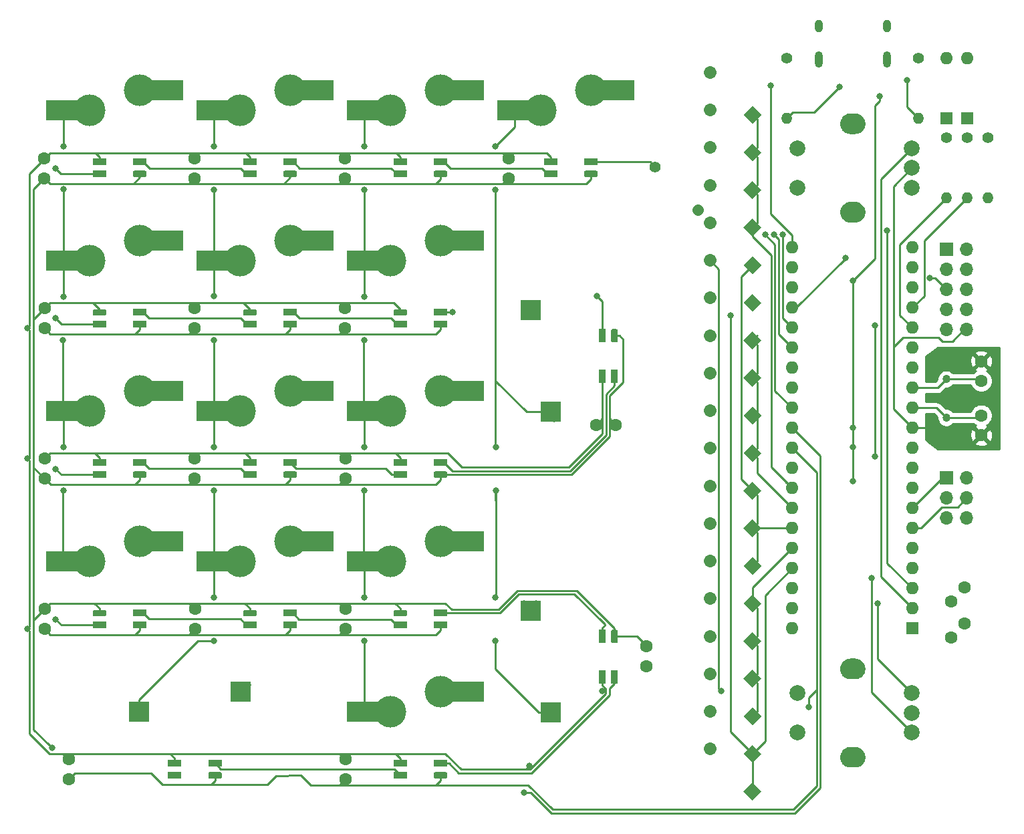
<source format=gbr>
G04 #@! TF.GenerationSoftware,KiCad,Pcbnew,(5.1.5)-3*
G04 #@! TF.CreationDate,2022-04-23T19:07:22-06:00*
G04 #@! TF.ProjectId,base,62617365-2e6b-4696-9361-645f70636258,rev?*
G04 #@! TF.SameCoordinates,Original*
G04 #@! TF.FileFunction,Copper,L2,Bot*
G04 #@! TF.FilePolarity,Positive*
%FSLAX46Y46*%
G04 Gerber Fmt 4.6, Leading zero omitted, Abs format (unit mm)*
G04 Created by KiCad (PCBNEW (5.1.5)-3) date 2022-04-23 19:07:22*
%MOMM*%
%LPD*%
G04 APERTURE LIST*
%ADD10C,1.600000*%
%ADD11R,4.500000X2.500000*%
%ADD12C,0.800000*%
%ADD13C,4.000000*%
%ADD14C,1.400000*%
%ADD15C,1.400000*%
%ADD16O,1.600000X1.600000*%
%ADD17R,1.600000X1.600000*%
%ADD18O,1.400000X1.400000*%
%ADD19C,2.000000*%
%ADD20C,0.100000*%
%ADD21O,1.700000X1.700000*%
%ADD22R,1.700000X1.700000*%
%ADD23R,2.500000X2.550000*%
%ADD24R,1.700000X0.820000*%
%ADD25R,0.820000X1.700000*%
%ADD26R,2.550000X2.500000*%
%ADD27C,1.600000*%
%ADD28C,1.030000*%
%ADD29O,1.000000X2.100000*%
%ADD30O,1.000000X1.600000*%
%ADD31C,0.250000*%
%ADD32C,0.254000*%
G04 APERTURE END LIST*
D10*
X138100000Y-89350000D03*
X138100000Y-86850000D03*
X103075000Y-146500000D03*
X103075000Y-144000000D03*
X138125000Y-146500000D03*
X138125000Y-144000000D03*
X176250000Y-132175000D03*
X176250000Y-129675000D03*
X138125000Y-127450000D03*
X138125000Y-124950000D03*
X119075000Y-127450000D03*
X119075000Y-124950000D03*
X100025000Y-127450000D03*
X100025000Y-124950000D03*
X100025000Y-108400000D03*
X100025000Y-105900000D03*
X119050000Y-108400000D03*
X119050000Y-105900000D03*
X138125000Y-108400000D03*
X138125000Y-105900000D03*
X169900000Y-101600000D03*
X172400000Y-101600000D03*
X158775000Y-70350000D03*
X158775000Y-67850000D03*
D11*
X172529500Y-59213750D03*
X159602500Y-61753750D03*
D12*
X174307500Y-59975750D03*
X157797500Y-62515750D03*
X174307500Y-58451750D03*
X157797500Y-60991750D03*
D13*
X162877500Y-61753750D03*
X169227500Y-59213750D03*
D14*
X182788154Y-74338154D02*
X182788154Y-74338154D01*
D15*
X177400000Y-68950000D03*
D10*
X119050000Y-89350000D03*
X119050000Y-86850000D03*
X100025000Y-89350000D03*
X100025000Y-86850000D03*
X100000000Y-70350000D03*
X100000000Y-67850000D03*
X119050000Y-70350000D03*
X119050000Y-67850000D03*
X138100000Y-70350000D03*
X138100000Y-67850000D03*
D16*
X216900000Y-55180000D03*
D17*
X216900000Y-62800000D03*
D16*
X214300000Y-55180000D03*
D17*
X214300000Y-62800000D03*
D15*
X219500000Y-65200000D03*
D18*
X219500000Y-72820000D03*
D15*
X210725000Y-55143750D03*
D18*
X210725000Y-62763750D03*
D19*
X195406250Y-66556250D03*
X195406250Y-71556250D03*
G04 #@! TA.AperFunction,WasherPad*
D20*
G36*
X202833672Y-62162509D02*
G01*
X202959867Y-62181228D01*
X203083620Y-62212227D01*
X203203738Y-62255206D01*
X203319066Y-62309751D01*
X203428491Y-62375339D01*
X203530961Y-62451335D01*
X203625489Y-62537010D01*
X203711164Y-62631538D01*
X203787160Y-62734008D01*
X203852748Y-62843433D01*
X203907293Y-62958761D01*
X203950272Y-63078879D01*
X203981271Y-63202632D01*
X203999990Y-63328827D01*
X204006250Y-63456249D01*
X204006250Y-63456251D01*
X203999990Y-63583673D01*
X203981271Y-63709868D01*
X203950272Y-63833621D01*
X203907293Y-63953739D01*
X203852748Y-64069067D01*
X203787160Y-64178492D01*
X203711164Y-64280962D01*
X203625489Y-64375490D01*
X203530961Y-64461165D01*
X203428491Y-64537161D01*
X203319066Y-64602749D01*
X203203738Y-64657294D01*
X203083620Y-64700273D01*
X202959867Y-64731272D01*
X202833672Y-64749991D01*
X202706250Y-64756251D01*
X202106250Y-64756251D01*
X201978828Y-64749991D01*
X201852633Y-64731272D01*
X201728880Y-64700273D01*
X201608762Y-64657294D01*
X201493434Y-64602749D01*
X201384009Y-64537161D01*
X201281539Y-64461165D01*
X201187011Y-64375490D01*
X201101336Y-64280962D01*
X201025340Y-64178492D01*
X200959752Y-64069067D01*
X200905207Y-63953739D01*
X200862228Y-63833621D01*
X200831229Y-63709868D01*
X200812510Y-63583673D01*
X200806250Y-63456251D01*
X200806250Y-63456249D01*
X200812510Y-63328827D01*
X200831229Y-63202632D01*
X200862228Y-63078879D01*
X200905207Y-62958761D01*
X200959752Y-62843433D01*
X201025340Y-62734008D01*
X201101336Y-62631538D01*
X201187011Y-62537010D01*
X201281539Y-62451335D01*
X201384009Y-62375339D01*
X201493434Y-62309751D01*
X201608762Y-62255206D01*
X201728880Y-62212227D01*
X201852633Y-62181228D01*
X201978828Y-62162509D01*
X202106250Y-62156249D01*
X202706250Y-62156249D01*
X202833672Y-62162509D01*
G37*
G04 #@! TD.AperFunction*
D19*
X209906250Y-71556250D03*
X209906250Y-66556250D03*
X209906250Y-69056250D03*
G04 #@! TA.AperFunction,WasherPad*
D20*
G36*
X202833672Y-73362509D02*
G01*
X202959867Y-73381228D01*
X203083620Y-73412227D01*
X203203738Y-73455206D01*
X203319066Y-73509751D01*
X203428491Y-73575339D01*
X203530961Y-73651335D01*
X203625489Y-73737010D01*
X203711164Y-73831538D01*
X203787160Y-73934008D01*
X203852748Y-74043433D01*
X203907293Y-74158761D01*
X203950272Y-74278879D01*
X203981271Y-74402632D01*
X203999990Y-74528827D01*
X204006250Y-74656249D01*
X204006250Y-74656251D01*
X203999990Y-74783673D01*
X203981271Y-74909868D01*
X203950272Y-75033621D01*
X203907293Y-75153739D01*
X203852748Y-75269067D01*
X203787160Y-75378492D01*
X203711164Y-75480962D01*
X203625489Y-75575490D01*
X203530961Y-75661165D01*
X203428491Y-75737161D01*
X203319066Y-75802749D01*
X203203738Y-75857294D01*
X203083620Y-75900273D01*
X202959867Y-75931272D01*
X202833672Y-75949991D01*
X202706250Y-75956251D01*
X202106250Y-75956251D01*
X201978828Y-75949991D01*
X201852633Y-75931272D01*
X201728880Y-75900273D01*
X201608762Y-75857294D01*
X201493434Y-75802749D01*
X201384009Y-75737161D01*
X201281539Y-75661165D01*
X201187011Y-75575490D01*
X201101336Y-75480962D01*
X201025340Y-75378492D01*
X200959752Y-75269067D01*
X200905207Y-75153739D01*
X200862228Y-75033621D01*
X200831229Y-74909868D01*
X200812510Y-74783673D01*
X200806250Y-74656251D01*
X200806250Y-74656249D01*
X200812510Y-74528827D01*
X200831229Y-74402632D01*
X200862228Y-74278879D01*
X200905207Y-74158761D01*
X200959752Y-74043433D01*
X201025340Y-73934008D01*
X201101336Y-73831538D01*
X201187011Y-73737010D01*
X201281539Y-73651335D01*
X201384009Y-73575339D01*
X201493434Y-73509751D01*
X201608762Y-73455206D01*
X201728880Y-73412227D01*
X201852633Y-73381228D01*
X201978828Y-73362509D01*
X202106250Y-73356249D01*
X202706250Y-73356249D01*
X202833672Y-73362509D01*
G37*
G04 #@! TD.AperFunction*
D15*
X214312500Y-65196875D03*
D18*
X214312500Y-72816875D03*
D13*
X131127500Y-59213750D03*
X124777500Y-61753750D03*
D12*
X119697500Y-60991750D03*
X136207500Y-58451750D03*
X119697500Y-62515750D03*
X136207500Y-59975750D03*
D11*
X121502500Y-61753750D03*
X134429500Y-59213750D03*
D13*
X150177500Y-116363750D03*
X143827500Y-118903750D03*
D12*
X138747500Y-118141750D03*
X155257500Y-115601750D03*
X138747500Y-119665750D03*
X155257500Y-117125750D03*
D11*
X140552500Y-118903750D03*
X153479500Y-116363750D03*
D21*
X216840000Y-89560000D03*
X214300000Y-89560000D03*
X216840000Y-87020000D03*
X214300000Y-87020000D03*
X216840000Y-84480000D03*
X214300000Y-84480000D03*
X216840000Y-81940000D03*
X214300000Y-81940000D03*
X216840000Y-79400000D03*
D22*
X214300000Y-79400000D03*
D13*
X112077500Y-78263750D03*
X105727500Y-80803750D03*
D12*
X100647500Y-80041750D03*
X117157500Y-77501750D03*
X100647500Y-81565750D03*
X117157500Y-79025750D03*
D11*
X102452500Y-80803750D03*
X115379500Y-78263750D03*
D23*
X164147500Y-138053750D03*
X161607500Y-125126750D03*
G04 #@! TA.AperFunction,SMDPad,CuDef*
D20*
G36*
X150852594Y-145597237D02*
G01*
X150872494Y-145600189D01*
X150892008Y-145605077D01*
X150910950Y-145611855D01*
X150929136Y-145620456D01*
X150946392Y-145630799D01*
X150962551Y-145642783D01*
X150977457Y-145656293D01*
X150990967Y-145671199D01*
X151002951Y-145687358D01*
X151013294Y-145704614D01*
X151021895Y-145722800D01*
X151028673Y-145741742D01*
X151033561Y-145761256D01*
X151036513Y-145781156D01*
X151037500Y-145801250D01*
X151037500Y-146211250D01*
X151036513Y-146231344D01*
X151033561Y-146251244D01*
X151028673Y-146270758D01*
X151021895Y-146289700D01*
X151013294Y-146307886D01*
X151002951Y-146325142D01*
X150990967Y-146341301D01*
X150977457Y-146356207D01*
X150962551Y-146369717D01*
X150946392Y-146381701D01*
X150929136Y-146392044D01*
X150910950Y-146400645D01*
X150892008Y-146407423D01*
X150872494Y-146412311D01*
X150852594Y-146415263D01*
X150832500Y-146416250D01*
X149542500Y-146416250D01*
X149522406Y-146415263D01*
X149502506Y-146412311D01*
X149482992Y-146407423D01*
X149464050Y-146400645D01*
X149445864Y-146392044D01*
X149428608Y-146381701D01*
X149412449Y-146369717D01*
X149397543Y-146356207D01*
X149384033Y-146341301D01*
X149372049Y-146325142D01*
X149361706Y-146307886D01*
X149353105Y-146289700D01*
X149346327Y-146270758D01*
X149341439Y-146251244D01*
X149338487Y-146231344D01*
X149337500Y-146211250D01*
X149337500Y-145801250D01*
X149338487Y-145781156D01*
X149341439Y-145761256D01*
X149346327Y-145741742D01*
X149353105Y-145722800D01*
X149361706Y-145704614D01*
X149372049Y-145687358D01*
X149384033Y-145671199D01*
X149397543Y-145656293D01*
X149412449Y-145642783D01*
X149428608Y-145630799D01*
X149445864Y-145620456D01*
X149464050Y-145611855D01*
X149482992Y-145605077D01*
X149502506Y-145600189D01*
X149522406Y-145597237D01*
X149542500Y-145596250D01*
X150832500Y-145596250D01*
X150852594Y-145597237D01*
G37*
G04 #@! TD.AperFunction*
D24*
X150187500Y-144506250D03*
X145087500Y-146006250D03*
X145087500Y-144506250D03*
D23*
X164147500Y-99953750D03*
X161607500Y-87026750D03*
G04 #@! TA.AperFunction,SMDPad,CuDef*
D20*
G36*
X112752594Y-69397237D02*
G01*
X112772494Y-69400189D01*
X112792008Y-69405077D01*
X112810950Y-69411855D01*
X112829136Y-69420456D01*
X112846392Y-69430799D01*
X112862551Y-69442783D01*
X112877457Y-69456293D01*
X112890967Y-69471199D01*
X112902951Y-69487358D01*
X112913294Y-69504614D01*
X112921895Y-69522800D01*
X112928673Y-69541742D01*
X112933561Y-69561256D01*
X112936513Y-69581156D01*
X112937500Y-69601250D01*
X112937500Y-70011250D01*
X112936513Y-70031344D01*
X112933561Y-70051244D01*
X112928673Y-70070758D01*
X112921895Y-70089700D01*
X112913294Y-70107886D01*
X112902951Y-70125142D01*
X112890967Y-70141301D01*
X112877457Y-70156207D01*
X112862551Y-70169717D01*
X112846392Y-70181701D01*
X112829136Y-70192044D01*
X112810950Y-70200645D01*
X112792008Y-70207423D01*
X112772494Y-70212311D01*
X112752594Y-70215263D01*
X112732500Y-70216250D01*
X111442500Y-70216250D01*
X111422406Y-70215263D01*
X111402506Y-70212311D01*
X111382992Y-70207423D01*
X111364050Y-70200645D01*
X111345864Y-70192044D01*
X111328608Y-70181701D01*
X111312449Y-70169717D01*
X111297543Y-70156207D01*
X111284033Y-70141301D01*
X111272049Y-70125142D01*
X111261706Y-70107886D01*
X111253105Y-70089700D01*
X111246327Y-70070758D01*
X111241439Y-70051244D01*
X111238487Y-70031344D01*
X111237500Y-70011250D01*
X111237500Y-69601250D01*
X111238487Y-69581156D01*
X111241439Y-69561256D01*
X111246327Y-69541742D01*
X111253105Y-69522800D01*
X111261706Y-69504614D01*
X111272049Y-69487358D01*
X111284033Y-69471199D01*
X111297543Y-69456293D01*
X111312449Y-69442783D01*
X111328608Y-69430799D01*
X111345864Y-69420456D01*
X111364050Y-69411855D01*
X111382992Y-69405077D01*
X111402506Y-69400189D01*
X111422406Y-69397237D01*
X111442500Y-69396250D01*
X112732500Y-69396250D01*
X112752594Y-69397237D01*
G37*
G04 #@! TD.AperFunction*
D24*
X112087500Y-68306250D03*
X106987500Y-69806250D03*
X106987500Y-68306250D03*
D25*
X170700000Y-95418750D03*
X172200000Y-95418750D03*
X170700000Y-90318750D03*
G04 #@! TA.AperFunction,SMDPad,CuDef*
D20*
G36*
X172425094Y-89469737D02*
G01*
X172444994Y-89472689D01*
X172464508Y-89477577D01*
X172483450Y-89484355D01*
X172501636Y-89492956D01*
X172518892Y-89503299D01*
X172535051Y-89515283D01*
X172549957Y-89528793D01*
X172563467Y-89543699D01*
X172575451Y-89559858D01*
X172585794Y-89577114D01*
X172594395Y-89595300D01*
X172601173Y-89614242D01*
X172606061Y-89633756D01*
X172609013Y-89653656D01*
X172610000Y-89673750D01*
X172610000Y-90963750D01*
X172609013Y-90983844D01*
X172606061Y-91003744D01*
X172601173Y-91023258D01*
X172594395Y-91042200D01*
X172585794Y-91060386D01*
X172575451Y-91077642D01*
X172563467Y-91093801D01*
X172549957Y-91108707D01*
X172535051Y-91122217D01*
X172518892Y-91134201D01*
X172501636Y-91144544D01*
X172483450Y-91153145D01*
X172464508Y-91159923D01*
X172444994Y-91164811D01*
X172425094Y-91167763D01*
X172405000Y-91168750D01*
X171995000Y-91168750D01*
X171974906Y-91167763D01*
X171955006Y-91164811D01*
X171935492Y-91159923D01*
X171916550Y-91153145D01*
X171898364Y-91144544D01*
X171881108Y-91134201D01*
X171864949Y-91122217D01*
X171850043Y-91108707D01*
X171836533Y-91093801D01*
X171824549Y-91077642D01*
X171814206Y-91060386D01*
X171805605Y-91042200D01*
X171798827Y-91023258D01*
X171793939Y-91003744D01*
X171790987Y-90983844D01*
X171790000Y-90963750D01*
X171790000Y-89673750D01*
X171790987Y-89653656D01*
X171793939Y-89633756D01*
X171798827Y-89614242D01*
X171805605Y-89595300D01*
X171814206Y-89577114D01*
X171824549Y-89559858D01*
X171836533Y-89543699D01*
X171850043Y-89528793D01*
X171864949Y-89515283D01*
X171881108Y-89503299D01*
X171898364Y-89492956D01*
X171916550Y-89484355D01*
X171935492Y-89477577D01*
X171955006Y-89472689D01*
X171974906Y-89469737D01*
X171995000Y-89468750D01*
X172405000Y-89468750D01*
X172425094Y-89469737D01*
G37*
G04 #@! TD.AperFunction*
D26*
X111977500Y-137953750D03*
X124904500Y-135413750D03*
D11*
X153479500Y-135413750D03*
X140552500Y-137953750D03*
D12*
X155257500Y-136175750D03*
X138747500Y-138715750D03*
X155257500Y-134651750D03*
X138747500Y-137191750D03*
D13*
X143827500Y-137953750D03*
X150177500Y-135413750D03*
X150177500Y-97313750D03*
X143827500Y-99853750D03*
D12*
X138747500Y-99091750D03*
X155257500Y-96551750D03*
X138747500Y-100615750D03*
X155257500Y-98075750D03*
D11*
X140552500Y-99853750D03*
X153479500Y-97313750D03*
X153479500Y-59213750D03*
X140552500Y-61753750D03*
D12*
X155257500Y-59975750D03*
X138747500Y-62515750D03*
X155257500Y-58451750D03*
X138747500Y-60991750D03*
D13*
X143827500Y-61753750D03*
X150177500Y-59213750D03*
G04 #@! TA.AperFunction,SMDPad,CuDef*
D20*
G36*
X169902594Y-69397237D02*
G01*
X169922494Y-69400189D01*
X169942008Y-69405077D01*
X169960950Y-69411855D01*
X169979136Y-69420456D01*
X169996392Y-69430799D01*
X170012551Y-69442783D01*
X170027457Y-69456293D01*
X170040967Y-69471199D01*
X170052951Y-69487358D01*
X170063294Y-69504614D01*
X170071895Y-69522800D01*
X170078673Y-69541742D01*
X170083561Y-69561256D01*
X170086513Y-69581156D01*
X170087500Y-69601250D01*
X170087500Y-70011250D01*
X170086513Y-70031344D01*
X170083561Y-70051244D01*
X170078673Y-70070758D01*
X170071895Y-70089700D01*
X170063294Y-70107886D01*
X170052951Y-70125142D01*
X170040967Y-70141301D01*
X170027457Y-70156207D01*
X170012551Y-70169717D01*
X169996392Y-70181701D01*
X169979136Y-70192044D01*
X169960950Y-70200645D01*
X169942008Y-70207423D01*
X169922494Y-70212311D01*
X169902594Y-70215263D01*
X169882500Y-70216250D01*
X168592500Y-70216250D01*
X168572406Y-70215263D01*
X168552506Y-70212311D01*
X168532992Y-70207423D01*
X168514050Y-70200645D01*
X168495864Y-70192044D01*
X168478608Y-70181701D01*
X168462449Y-70169717D01*
X168447543Y-70156207D01*
X168434033Y-70141301D01*
X168422049Y-70125142D01*
X168411706Y-70107886D01*
X168403105Y-70089700D01*
X168396327Y-70070758D01*
X168391439Y-70051244D01*
X168388487Y-70031344D01*
X168387500Y-70011250D01*
X168387500Y-69601250D01*
X168388487Y-69581156D01*
X168391439Y-69561256D01*
X168396327Y-69541742D01*
X168403105Y-69522800D01*
X168411706Y-69504614D01*
X168422049Y-69487358D01*
X168434033Y-69471199D01*
X168447543Y-69456293D01*
X168462449Y-69442783D01*
X168478608Y-69430799D01*
X168495864Y-69420456D01*
X168514050Y-69411855D01*
X168532992Y-69405077D01*
X168552506Y-69400189D01*
X168572406Y-69397237D01*
X168592500Y-69396250D01*
X169882500Y-69396250D01*
X169902594Y-69397237D01*
G37*
G04 #@! TD.AperFunction*
D24*
X169237500Y-68306250D03*
X164137500Y-69806250D03*
X164137500Y-68306250D03*
G04 #@! TA.AperFunction,SMDPad,CuDef*
D20*
G36*
X122277594Y-145597237D02*
G01*
X122297494Y-145600189D01*
X122317008Y-145605077D01*
X122335950Y-145611855D01*
X122354136Y-145620456D01*
X122371392Y-145630799D01*
X122387551Y-145642783D01*
X122402457Y-145656293D01*
X122415967Y-145671199D01*
X122427951Y-145687358D01*
X122438294Y-145704614D01*
X122446895Y-145722800D01*
X122453673Y-145741742D01*
X122458561Y-145761256D01*
X122461513Y-145781156D01*
X122462500Y-145801250D01*
X122462500Y-146211250D01*
X122461513Y-146231344D01*
X122458561Y-146251244D01*
X122453673Y-146270758D01*
X122446895Y-146289700D01*
X122438294Y-146307886D01*
X122427951Y-146325142D01*
X122415967Y-146341301D01*
X122402457Y-146356207D01*
X122387551Y-146369717D01*
X122371392Y-146381701D01*
X122354136Y-146392044D01*
X122335950Y-146400645D01*
X122317008Y-146407423D01*
X122297494Y-146412311D01*
X122277594Y-146415263D01*
X122257500Y-146416250D01*
X120967500Y-146416250D01*
X120947406Y-146415263D01*
X120927506Y-146412311D01*
X120907992Y-146407423D01*
X120889050Y-146400645D01*
X120870864Y-146392044D01*
X120853608Y-146381701D01*
X120837449Y-146369717D01*
X120822543Y-146356207D01*
X120809033Y-146341301D01*
X120797049Y-146325142D01*
X120786706Y-146307886D01*
X120778105Y-146289700D01*
X120771327Y-146270758D01*
X120766439Y-146251244D01*
X120763487Y-146231344D01*
X120762500Y-146211250D01*
X120762500Y-145801250D01*
X120763487Y-145781156D01*
X120766439Y-145761256D01*
X120771327Y-145741742D01*
X120778105Y-145722800D01*
X120786706Y-145704614D01*
X120797049Y-145687358D01*
X120809033Y-145671199D01*
X120822543Y-145656293D01*
X120837449Y-145642783D01*
X120853608Y-145630799D01*
X120870864Y-145620456D01*
X120889050Y-145611855D01*
X120907992Y-145605077D01*
X120927506Y-145600189D01*
X120947406Y-145597237D01*
X120967500Y-145596250D01*
X122257500Y-145596250D01*
X122277594Y-145597237D01*
G37*
G04 #@! TD.AperFunction*
D24*
X121612500Y-144506250D03*
X116512500Y-146006250D03*
X116512500Y-144506250D03*
G04 #@! TA.AperFunction,SMDPad,CuDef*
D20*
G36*
X172425094Y-127569737D02*
G01*
X172444994Y-127572689D01*
X172464508Y-127577577D01*
X172483450Y-127584355D01*
X172501636Y-127592956D01*
X172518892Y-127603299D01*
X172535051Y-127615283D01*
X172549957Y-127628793D01*
X172563467Y-127643699D01*
X172575451Y-127659858D01*
X172585794Y-127677114D01*
X172594395Y-127695300D01*
X172601173Y-127714242D01*
X172606061Y-127733756D01*
X172609013Y-127753656D01*
X172610000Y-127773750D01*
X172610000Y-129063750D01*
X172609013Y-129083844D01*
X172606061Y-129103744D01*
X172601173Y-129123258D01*
X172594395Y-129142200D01*
X172585794Y-129160386D01*
X172575451Y-129177642D01*
X172563467Y-129193801D01*
X172549957Y-129208707D01*
X172535051Y-129222217D01*
X172518892Y-129234201D01*
X172501636Y-129244544D01*
X172483450Y-129253145D01*
X172464508Y-129259923D01*
X172444994Y-129264811D01*
X172425094Y-129267763D01*
X172405000Y-129268750D01*
X171995000Y-129268750D01*
X171974906Y-129267763D01*
X171955006Y-129264811D01*
X171935492Y-129259923D01*
X171916550Y-129253145D01*
X171898364Y-129244544D01*
X171881108Y-129234201D01*
X171864949Y-129222217D01*
X171850043Y-129208707D01*
X171836533Y-129193801D01*
X171824549Y-129177642D01*
X171814206Y-129160386D01*
X171805605Y-129142200D01*
X171798827Y-129123258D01*
X171793939Y-129103744D01*
X171790987Y-129083844D01*
X171790000Y-129063750D01*
X171790000Y-127773750D01*
X171790987Y-127753656D01*
X171793939Y-127733756D01*
X171798827Y-127714242D01*
X171805605Y-127695300D01*
X171814206Y-127677114D01*
X171824549Y-127659858D01*
X171836533Y-127643699D01*
X171850043Y-127628793D01*
X171864949Y-127615283D01*
X171881108Y-127603299D01*
X171898364Y-127592956D01*
X171916550Y-127584355D01*
X171935492Y-127577577D01*
X171955006Y-127572689D01*
X171974906Y-127569737D01*
X171995000Y-127568750D01*
X172405000Y-127568750D01*
X172425094Y-127569737D01*
G37*
G04 #@! TD.AperFunction*
D25*
X170700000Y-128418750D03*
X172200000Y-133518750D03*
X170700000Y-133518750D03*
G04 #@! TA.AperFunction,SMDPad,CuDef*
D20*
G36*
X145752594Y-125047237D02*
G01*
X145772494Y-125050189D01*
X145792008Y-125055077D01*
X145810950Y-125061855D01*
X145829136Y-125070456D01*
X145846392Y-125080799D01*
X145862551Y-125092783D01*
X145877457Y-125106293D01*
X145890967Y-125121199D01*
X145902951Y-125137358D01*
X145913294Y-125154614D01*
X145921895Y-125172800D01*
X145928673Y-125191742D01*
X145933561Y-125211256D01*
X145936513Y-125231156D01*
X145937500Y-125251250D01*
X145937500Y-125661250D01*
X145936513Y-125681344D01*
X145933561Y-125701244D01*
X145928673Y-125720758D01*
X145921895Y-125739700D01*
X145913294Y-125757886D01*
X145902951Y-125775142D01*
X145890967Y-125791301D01*
X145877457Y-125806207D01*
X145862551Y-125819717D01*
X145846392Y-125831701D01*
X145829136Y-125842044D01*
X145810950Y-125850645D01*
X145792008Y-125857423D01*
X145772494Y-125862311D01*
X145752594Y-125865263D01*
X145732500Y-125866250D01*
X144442500Y-125866250D01*
X144422406Y-125865263D01*
X144402506Y-125862311D01*
X144382992Y-125857423D01*
X144364050Y-125850645D01*
X144345864Y-125842044D01*
X144328608Y-125831701D01*
X144312449Y-125819717D01*
X144297543Y-125806207D01*
X144284033Y-125791301D01*
X144272049Y-125775142D01*
X144261706Y-125757886D01*
X144253105Y-125739700D01*
X144246327Y-125720758D01*
X144241439Y-125701244D01*
X144238487Y-125681344D01*
X144237500Y-125661250D01*
X144237500Y-125251250D01*
X144238487Y-125231156D01*
X144241439Y-125211256D01*
X144246327Y-125191742D01*
X144253105Y-125172800D01*
X144261706Y-125154614D01*
X144272049Y-125137358D01*
X144284033Y-125121199D01*
X144297543Y-125106293D01*
X144312449Y-125092783D01*
X144328608Y-125080799D01*
X144345864Y-125070456D01*
X144364050Y-125061855D01*
X144382992Y-125055077D01*
X144402506Y-125050189D01*
X144422406Y-125047237D01*
X144442500Y-125046250D01*
X145732500Y-125046250D01*
X145752594Y-125047237D01*
G37*
G04 #@! TD.AperFunction*
D24*
X145087500Y-126956250D03*
X150187500Y-125456250D03*
X150187500Y-126956250D03*
G04 #@! TA.AperFunction,SMDPad,CuDef*
D20*
G36*
X126702594Y-125047237D02*
G01*
X126722494Y-125050189D01*
X126742008Y-125055077D01*
X126760950Y-125061855D01*
X126779136Y-125070456D01*
X126796392Y-125080799D01*
X126812551Y-125092783D01*
X126827457Y-125106293D01*
X126840967Y-125121199D01*
X126852951Y-125137358D01*
X126863294Y-125154614D01*
X126871895Y-125172800D01*
X126878673Y-125191742D01*
X126883561Y-125211256D01*
X126886513Y-125231156D01*
X126887500Y-125251250D01*
X126887500Y-125661250D01*
X126886513Y-125681344D01*
X126883561Y-125701244D01*
X126878673Y-125720758D01*
X126871895Y-125739700D01*
X126863294Y-125757886D01*
X126852951Y-125775142D01*
X126840967Y-125791301D01*
X126827457Y-125806207D01*
X126812551Y-125819717D01*
X126796392Y-125831701D01*
X126779136Y-125842044D01*
X126760950Y-125850645D01*
X126742008Y-125857423D01*
X126722494Y-125862311D01*
X126702594Y-125865263D01*
X126682500Y-125866250D01*
X125392500Y-125866250D01*
X125372406Y-125865263D01*
X125352506Y-125862311D01*
X125332992Y-125857423D01*
X125314050Y-125850645D01*
X125295864Y-125842044D01*
X125278608Y-125831701D01*
X125262449Y-125819717D01*
X125247543Y-125806207D01*
X125234033Y-125791301D01*
X125222049Y-125775142D01*
X125211706Y-125757886D01*
X125203105Y-125739700D01*
X125196327Y-125720758D01*
X125191439Y-125701244D01*
X125188487Y-125681344D01*
X125187500Y-125661250D01*
X125187500Y-125251250D01*
X125188487Y-125231156D01*
X125191439Y-125211256D01*
X125196327Y-125191742D01*
X125203105Y-125172800D01*
X125211706Y-125154614D01*
X125222049Y-125137358D01*
X125234033Y-125121199D01*
X125247543Y-125106293D01*
X125262449Y-125092783D01*
X125278608Y-125080799D01*
X125295864Y-125070456D01*
X125314050Y-125061855D01*
X125332992Y-125055077D01*
X125352506Y-125050189D01*
X125372406Y-125047237D01*
X125392500Y-125046250D01*
X126682500Y-125046250D01*
X126702594Y-125047237D01*
G37*
G04 #@! TD.AperFunction*
D24*
X126037500Y-126956250D03*
X131137500Y-125456250D03*
X131137500Y-126956250D03*
G04 #@! TA.AperFunction,SMDPad,CuDef*
D20*
G36*
X107652594Y-125047237D02*
G01*
X107672494Y-125050189D01*
X107692008Y-125055077D01*
X107710950Y-125061855D01*
X107729136Y-125070456D01*
X107746392Y-125080799D01*
X107762551Y-125092783D01*
X107777457Y-125106293D01*
X107790967Y-125121199D01*
X107802951Y-125137358D01*
X107813294Y-125154614D01*
X107821895Y-125172800D01*
X107828673Y-125191742D01*
X107833561Y-125211256D01*
X107836513Y-125231156D01*
X107837500Y-125251250D01*
X107837500Y-125661250D01*
X107836513Y-125681344D01*
X107833561Y-125701244D01*
X107828673Y-125720758D01*
X107821895Y-125739700D01*
X107813294Y-125757886D01*
X107802951Y-125775142D01*
X107790967Y-125791301D01*
X107777457Y-125806207D01*
X107762551Y-125819717D01*
X107746392Y-125831701D01*
X107729136Y-125842044D01*
X107710950Y-125850645D01*
X107692008Y-125857423D01*
X107672494Y-125862311D01*
X107652594Y-125865263D01*
X107632500Y-125866250D01*
X106342500Y-125866250D01*
X106322406Y-125865263D01*
X106302506Y-125862311D01*
X106282992Y-125857423D01*
X106264050Y-125850645D01*
X106245864Y-125842044D01*
X106228608Y-125831701D01*
X106212449Y-125819717D01*
X106197543Y-125806207D01*
X106184033Y-125791301D01*
X106172049Y-125775142D01*
X106161706Y-125757886D01*
X106153105Y-125739700D01*
X106146327Y-125720758D01*
X106141439Y-125701244D01*
X106138487Y-125681344D01*
X106137500Y-125661250D01*
X106137500Y-125251250D01*
X106138487Y-125231156D01*
X106141439Y-125211256D01*
X106146327Y-125191742D01*
X106153105Y-125172800D01*
X106161706Y-125154614D01*
X106172049Y-125137358D01*
X106184033Y-125121199D01*
X106197543Y-125106293D01*
X106212449Y-125092783D01*
X106228608Y-125080799D01*
X106245864Y-125070456D01*
X106264050Y-125061855D01*
X106282992Y-125055077D01*
X106302506Y-125050189D01*
X106322406Y-125047237D01*
X106342500Y-125046250D01*
X107632500Y-125046250D01*
X107652594Y-125047237D01*
G37*
G04 #@! TD.AperFunction*
D24*
X106987500Y-126956250D03*
X112087500Y-125456250D03*
X112087500Y-126956250D03*
G04 #@! TA.AperFunction,SMDPad,CuDef*
D20*
G36*
X112752594Y-107497237D02*
G01*
X112772494Y-107500189D01*
X112792008Y-107505077D01*
X112810950Y-107511855D01*
X112829136Y-107520456D01*
X112846392Y-107530799D01*
X112862551Y-107542783D01*
X112877457Y-107556293D01*
X112890967Y-107571199D01*
X112902951Y-107587358D01*
X112913294Y-107604614D01*
X112921895Y-107622800D01*
X112928673Y-107641742D01*
X112933561Y-107661256D01*
X112936513Y-107681156D01*
X112937500Y-107701250D01*
X112937500Y-108111250D01*
X112936513Y-108131344D01*
X112933561Y-108151244D01*
X112928673Y-108170758D01*
X112921895Y-108189700D01*
X112913294Y-108207886D01*
X112902951Y-108225142D01*
X112890967Y-108241301D01*
X112877457Y-108256207D01*
X112862551Y-108269717D01*
X112846392Y-108281701D01*
X112829136Y-108292044D01*
X112810950Y-108300645D01*
X112792008Y-108307423D01*
X112772494Y-108312311D01*
X112752594Y-108315263D01*
X112732500Y-108316250D01*
X111442500Y-108316250D01*
X111422406Y-108315263D01*
X111402506Y-108312311D01*
X111382992Y-108307423D01*
X111364050Y-108300645D01*
X111345864Y-108292044D01*
X111328608Y-108281701D01*
X111312449Y-108269717D01*
X111297543Y-108256207D01*
X111284033Y-108241301D01*
X111272049Y-108225142D01*
X111261706Y-108207886D01*
X111253105Y-108189700D01*
X111246327Y-108170758D01*
X111241439Y-108151244D01*
X111238487Y-108131344D01*
X111237500Y-108111250D01*
X111237500Y-107701250D01*
X111238487Y-107681156D01*
X111241439Y-107661256D01*
X111246327Y-107641742D01*
X111253105Y-107622800D01*
X111261706Y-107604614D01*
X111272049Y-107587358D01*
X111284033Y-107571199D01*
X111297543Y-107556293D01*
X111312449Y-107542783D01*
X111328608Y-107530799D01*
X111345864Y-107520456D01*
X111364050Y-107511855D01*
X111382992Y-107505077D01*
X111402506Y-107500189D01*
X111422406Y-107497237D01*
X111442500Y-107496250D01*
X112732500Y-107496250D01*
X112752594Y-107497237D01*
G37*
G04 #@! TD.AperFunction*
D24*
X112087500Y-106406250D03*
X106987500Y-107906250D03*
X106987500Y-106406250D03*
G04 #@! TA.AperFunction,SMDPad,CuDef*
D20*
G36*
X131802594Y-107497237D02*
G01*
X131822494Y-107500189D01*
X131842008Y-107505077D01*
X131860950Y-107511855D01*
X131879136Y-107520456D01*
X131896392Y-107530799D01*
X131912551Y-107542783D01*
X131927457Y-107556293D01*
X131940967Y-107571199D01*
X131952951Y-107587358D01*
X131963294Y-107604614D01*
X131971895Y-107622800D01*
X131978673Y-107641742D01*
X131983561Y-107661256D01*
X131986513Y-107681156D01*
X131987500Y-107701250D01*
X131987500Y-108111250D01*
X131986513Y-108131344D01*
X131983561Y-108151244D01*
X131978673Y-108170758D01*
X131971895Y-108189700D01*
X131963294Y-108207886D01*
X131952951Y-108225142D01*
X131940967Y-108241301D01*
X131927457Y-108256207D01*
X131912551Y-108269717D01*
X131896392Y-108281701D01*
X131879136Y-108292044D01*
X131860950Y-108300645D01*
X131842008Y-108307423D01*
X131822494Y-108312311D01*
X131802594Y-108315263D01*
X131782500Y-108316250D01*
X130492500Y-108316250D01*
X130472406Y-108315263D01*
X130452506Y-108312311D01*
X130432992Y-108307423D01*
X130414050Y-108300645D01*
X130395864Y-108292044D01*
X130378608Y-108281701D01*
X130362449Y-108269717D01*
X130347543Y-108256207D01*
X130334033Y-108241301D01*
X130322049Y-108225142D01*
X130311706Y-108207886D01*
X130303105Y-108189700D01*
X130296327Y-108170758D01*
X130291439Y-108151244D01*
X130288487Y-108131344D01*
X130287500Y-108111250D01*
X130287500Y-107701250D01*
X130288487Y-107681156D01*
X130291439Y-107661256D01*
X130296327Y-107641742D01*
X130303105Y-107622800D01*
X130311706Y-107604614D01*
X130322049Y-107587358D01*
X130334033Y-107571199D01*
X130347543Y-107556293D01*
X130362449Y-107542783D01*
X130378608Y-107530799D01*
X130395864Y-107520456D01*
X130414050Y-107511855D01*
X130432992Y-107505077D01*
X130452506Y-107500189D01*
X130472406Y-107497237D01*
X130492500Y-107496250D01*
X131782500Y-107496250D01*
X131802594Y-107497237D01*
G37*
G04 #@! TD.AperFunction*
D24*
X131137500Y-106406250D03*
X126037500Y-107906250D03*
X126037500Y-106406250D03*
G04 #@! TA.AperFunction,SMDPad,CuDef*
D20*
G36*
X150852594Y-107497237D02*
G01*
X150872494Y-107500189D01*
X150892008Y-107505077D01*
X150910950Y-107511855D01*
X150929136Y-107520456D01*
X150946392Y-107530799D01*
X150962551Y-107542783D01*
X150977457Y-107556293D01*
X150990967Y-107571199D01*
X151002951Y-107587358D01*
X151013294Y-107604614D01*
X151021895Y-107622800D01*
X151028673Y-107641742D01*
X151033561Y-107661256D01*
X151036513Y-107681156D01*
X151037500Y-107701250D01*
X151037500Y-108111250D01*
X151036513Y-108131344D01*
X151033561Y-108151244D01*
X151028673Y-108170758D01*
X151021895Y-108189700D01*
X151013294Y-108207886D01*
X151002951Y-108225142D01*
X150990967Y-108241301D01*
X150977457Y-108256207D01*
X150962551Y-108269717D01*
X150946392Y-108281701D01*
X150929136Y-108292044D01*
X150910950Y-108300645D01*
X150892008Y-108307423D01*
X150872494Y-108312311D01*
X150852594Y-108315263D01*
X150832500Y-108316250D01*
X149542500Y-108316250D01*
X149522406Y-108315263D01*
X149502506Y-108312311D01*
X149482992Y-108307423D01*
X149464050Y-108300645D01*
X149445864Y-108292044D01*
X149428608Y-108281701D01*
X149412449Y-108269717D01*
X149397543Y-108256207D01*
X149384033Y-108241301D01*
X149372049Y-108225142D01*
X149361706Y-108207886D01*
X149353105Y-108189700D01*
X149346327Y-108170758D01*
X149341439Y-108151244D01*
X149338487Y-108131344D01*
X149337500Y-108111250D01*
X149337500Y-107701250D01*
X149338487Y-107681156D01*
X149341439Y-107661256D01*
X149346327Y-107641742D01*
X149353105Y-107622800D01*
X149361706Y-107604614D01*
X149372049Y-107587358D01*
X149384033Y-107571199D01*
X149397543Y-107556293D01*
X149412449Y-107542783D01*
X149428608Y-107530799D01*
X149445864Y-107520456D01*
X149464050Y-107511855D01*
X149482992Y-107505077D01*
X149502506Y-107500189D01*
X149522406Y-107497237D01*
X149542500Y-107496250D01*
X150832500Y-107496250D01*
X150852594Y-107497237D01*
G37*
G04 #@! TD.AperFunction*
D24*
X150187500Y-106406250D03*
X145087500Y-107906250D03*
X145087500Y-106406250D03*
G04 #@! TA.AperFunction,SMDPad,CuDef*
D20*
G36*
X145752594Y-86947237D02*
G01*
X145772494Y-86950189D01*
X145792008Y-86955077D01*
X145810950Y-86961855D01*
X145829136Y-86970456D01*
X145846392Y-86980799D01*
X145862551Y-86992783D01*
X145877457Y-87006293D01*
X145890967Y-87021199D01*
X145902951Y-87037358D01*
X145913294Y-87054614D01*
X145921895Y-87072800D01*
X145928673Y-87091742D01*
X145933561Y-87111256D01*
X145936513Y-87131156D01*
X145937500Y-87151250D01*
X145937500Y-87561250D01*
X145936513Y-87581344D01*
X145933561Y-87601244D01*
X145928673Y-87620758D01*
X145921895Y-87639700D01*
X145913294Y-87657886D01*
X145902951Y-87675142D01*
X145890967Y-87691301D01*
X145877457Y-87706207D01*
X145862551Y-87719717D01*
X145846392Y-87731701D01*
X145829136Y-87742044D01*
X145810950Y-87750645D01*
X145792008Y-87757423D01*
X145772494Y-87762311D01*
X145752594Y-87765263D01*
X145732500Y-87766250D01*
X144442500Y-87766250D01*
X144422406Y-87765263D01*
X144402506Y-87762311D01*
X144382992Y-87757423D01*
X144364050Y-87750645D01*
X144345864Y-87742044D01*
X144328608Y-87731701D01*
X144312449Y-87719717D01*
X144297543Y-87706207D01*
X144284033Y-87691301D01*
X144272049Y-87675142D01*
X144261706Y-87657886D01*
X144253105Y-87639700D01*
X144246327Y-87620758D01*
X144241439Y-87601244D01*
X144238487Y-87581344D01*
X144237500Y-87561250D01*
X144237500Y-87151250D01*
X144238487Y-87131156D01*
X144241439Y-87111256D01*
X144246327Y-87091742D01*
X144253105Y-87072800D01*
X144261706Y-87054614D01*
X144272049Y-87037358D01*
X144284033Y-87021199D01*
X144297543Y-87006293D01*
X144312449Y-86992783D01*
X144328608Y-86980799D01*
X144345864Y-86970456D01*
X144364050Y-86961855D01*
X144382992Y-86955077D01*
X144402506Y-86950189D01*
X144422406Y-86947237D01*
X144442500Y-86946250D01*
X145732500Y-86946250D01*
X145752594Y-86947237D01*
G37*
G04 #@! TD.AperFunction*
D24*
X145087500Y-88856250D03*
X150187500Y-87356250D03*
X150187500Y-88856250D03*
G04 #@! TA.AperFunction,SMDPad,CuDef*
D20*
G36*
X126702594Y-86947237D02*
G01*
X126722494Y-86950189D01*
X126742008Y-86955077D01*
X126760950Y-86961855D01*
X126779136Y-86970456D01*
X126796392Y-86980799D01*
X126812551Y-86992783D01*
X126827457Y-87006293D01*
X126840967Y-87021199D01*
X126852951Y-87037358D01*
X126863294Y-87054614D01*
X126871895Y-87072800D01*
X126878673Y-87091742D01*
X126883561Y-87111256D01*
X126886513Y-87131156D01*
X126887500Y-87151250D01*
X126887500Y-87561250D01*
X126886513Y-87581344D01*
X126883561Y-87601244D01*
X126878673Y-87620758D01*
X126871895Y-87639700D01*
X126863294Y-87657886D01*
X126852951Y-87675142D01*
X126840967Y-87691301D01*
X126827457Y-87706207D01*
X126812551Y-87719717D01*
X126796392Y-87731701D01*
X126779136Y-87742044D01*
X126760950Y-87750645D01*
X126742008Y-87757423D01*
X126722494Y-87762311D01*
X126702594Y-87765263D01*
X126682500Y-87766250D01*
X125392500Y-87766250D01*
X125372406Y-87765263D01*
X125352506Y-87762311D01*
X125332992Y-87757423D01*
X125314050Y-87750645D01*
X125295864Y-87742044D01*
X125278608Y-87731701D01*
X125262449Y-87719717D01*
X125247543Y-87706207D01*
X125234033Y-87691301D01*
X125222049Y-87675142D01*
X125211706Y-87657886D01*
X125203105Y-87639700D01*
X125196327Y-87620758D01*
X125191439Y-87601244D01*
X125188487Y-87581344D01*
X125187500Y-87561250D01*
X125187500Y-87151250D01*
X125188487Y-87131156D01*
X125191439Y-87111256D01*
X125196327Y-87091742D01*
X125203105Y-87072800D01*
X125211706Y-87054614D01*
X125222049Y-87037358D01*
X125234033Y-87021199D01*
X125247543Y-87006293D01*
X125262449Y-86992783D01*
X125278608Y-86980799D01*
X125295864Y-86970456D01*
X125314050Y-86961855D01*
X125332992Y-86955077D01*
X125352506Y-86950189D01*
X125372406Y-86947237D01*
X125392500Y-86946250D01*
X126682500Y-86946250D01*
X126702594Y-86947237D01*
G37*
G04 #@! TD.AperFunction*
D24*
X126037500Y-88856250D03*
X131137500Y-87356250D03*
X131137500Y-88856250D03*
G04 #@! TA.AperFunction,SMDPad,CuDef*
D20*
G36*
X107652594Y-86947237D02*
G01*
X107672494Y-86950189D01*
X107692008Y-86955077D01*
X107710950Y-86961855D01*
X107729136Y-86970456D01*
X107746392Y-86980799D01*
X107762551Y-86992783D01*
X107777457Y-87006293D01*
X107790967Y-87021199D01*
X107802951Y-87037358D01*
X107813294Y-87054614D01*
X107821895Y-87072800D01*
X107828673Y-87091742D01*
X107833561Y-87111256D01*
X107836513Y-87131156D01*
X107837500Y-87151250D01*
X107837500Y-87561250D01*
X107836513Y-87581344D01*
X107833561Y-87601244D01*
X107828673Y-87620758D01*
X107821895Y-87639700D01*
X107813294Y-87657886D01*
X107802951Y-87675142D01*
X107790967Y-87691301D01*
X107777457Y-87706207D01*
X107762551Y-87719717D01*
X107746392Y-87731701D01*
X107729136Y-87742044D01*
X107710950Y-87750645D01*
X107692008Y-87757423D01*
X107672494Y-87762311D01*
X107652594Y-87765263D01*
X107632500Y-87766250D01*
X106342500Y-87766250D01*
X106322406Y-87765263D01*
X106302506Y-87762311D01*
X106282992Y-87757423D01*
X106264050Y-87750645D01*
X106245864Y-87742044D01*
X106228608Y-87731701D01*
X106212449Y-87719717D01*
X106197543Y-87706207D01*
X106184033Y-87691301D01*
X106172049Y-87675142D01*
X106161706Y-87657886D01*
X106153105Y-87639700D01*
X106146327Y-87620758D01*
X106141439Y-87601244D01*
X106138487Y-87581344D01*
X106137500Y-87561250D01*
X106137500Y-87151250D01*
X106138487Y-87131156D01*
X106141439Y-87111256D01*
X106146327Y-87091742D01*
X106153105Y-87072800D01*
X106161706Y-87054614D01*
X106172049Y-87037358D01*
X106184033Y-87021199D01*
X106197543Y-87006293D01*
X106212449Y-86992783D01*
X106228608Y-86980799D01*
X106245864Y-86970456D01*
X106264050Y-86961855D01*
X106282992Y-86955077D01*
X106302506Y-86950189D01*
X106322406Y-86947237D01*
X106342500Y-86946250D01*
X107632500Y-86946250D01*
X107652594Y-86947237D01*
G37*
G04 #@! TD.AperFunction*
D24*
X106987500Y-88856250D03*
X112087500Y-87356250D03*
X112087500Y-88856250D03*
G04 #@! TA.AperFunction,SMDPad,CuDef*
D20*
G36*
X131802594Y-69397237D02*
G01*
X131822494Y-69400189D01*
X131842008Y-69405077D01*
X131860950Y-69411855D01*
X131879136Y-69420456D01*
X131896392Y-69430799D01*
X131912551Y-69442783D01*
X131927457Y-69456293D01*
X131940967Y-69471199D01*
X131952951Y-69487358D01*
X131963294Y-69504614D01*
X131971895Y-69522800D01*
X131978673Y-69541742D01*
X131983561Y-69561256D01*
X131986513Y-69581156D01*
X131987500Y-69601250D01*
X131987500Y-70011250D01*
X131986513Y-70031344D01*
X131983561Y-70051244D01*
X131978673Y-70070758D01*
X131971895Y-70089700D01*
X131963294Y-70107886D01*
X131952951Y-70125142D01*
X131940967Y-70141301D01*
X131927457Y-70156207D01*
X131912551Y-70169717D01*
X131896392Y-70181701D01*
X131879136Y-70192044D01*
X131860950Y-70200645D01*
X131842008Y-70207423D01*
X131822494Y-70212311D01*
X131802594Y-70215263D01*
X131782500Y-70216250D01*
X130492500Y-70216250D01*
X130472406Y-70215263D01*
X130452506Y-70212311D01*
X130432992Y-70207423D01*
X130414050Y-70200645D01*
X130395864Y-70192044D01*
X130378608Y-70181701D01*
X130362449Y-70169717D01*
X130347543Y-70156207D01*
X130334033Y-70141301D01*
X130322049Y-70125142D01*
X130311706Y-70107886D01*
X130303105Y-70089700D01*
X130296327Y-70070758D01*
X130291439Y-70051244D01*
X130288487Y-70031344D01*
X130287500Y-70011250D01*
X130287500Y-69601250D01*
X130288487Y-69581156D01*
X130291439Y-69561256D01*
X130296327Y-69541742D01*
X130303105Y-69522800D01*
X130311706Y-69504614D01*
X130322049Y-69487358D01*
X130334033Y-69471199D01*
X130347543Y-69456293D01*
X130362449Y-69442783D01*
X130378608Y-69430799D01*
X130395864Y-69420456D01*
X130414050Y-69411855D01*
X130432992Y-69405077D01*
X130452506Y-69400189D01*
X130472406Y-69397237D01*
X130492500Y-69396250D01*
X131782500Y-69396250D01*
X131802594Y-69397237D01*
G37*
G04 #@! TD.AperFunction*
D24*
X131137500Y-68306250D03*
X126037500Y-69806250D03*
X126037500Y-68306250D03*
G04 #@! TA.AperFunction,SMDPad,CuDef*
D20*
G36*
X150852594Y-69397237D02*
G01*
X150872494Y-69400189D01*
X150892008Y-69405077D01*
X150910950Y-69411855D01*
X150929136Y-69420456D01*
X150946392Y-69430799D01*
X150962551Y-69442783D01*
X150977457Y-69456293D01*
X150990967Y-69471199D01*
X151002951Y-69487358D01*
X151013294Y-69504614D01*
X151021895Y-69522800D01*
X151028673Y-69541742D01*
X151033561Y-69561256D01*
X151036513Y-69581156D01*
X151037500Y-69601250D01*
X151037500Y-70011250D01*
X151036513Y-70031344D01*
X151033561Y-70051244D01*
X151028673Y-70070758D01*
X151021895Y-70089700D01*
X151013294Y-70107886D01*
X151002951Y-70125142D01*
X150990967Y-70141301D01*
X150977457Y-70156207D01*
X150962551Y-70169717D01*
X150946392Y-70181701D01*
X150929136Y-70192044D01*
X150910950Y-70200645D01*
X150892008Y-70207423D01*
X150872494Y-70212311D01*
X150852594Y-70215263D01*
X150832500Y-70216250D01*
X149542500Y-70216250D01*
X149522406Y-70215263D01*
X149502506Y-70212311D01*
X149482992Y-70207423D01*
X149464050Y-70200645D01*
X149445864Y-70192044D01*
X149428608Y-70181701D01*
X149412449Y-70169717D01*
X149397543Y-70156207D01*
X149384033Y-70141301D01*
X149372049Y-70125142D01*
X149361706Y-70107886D01*
X149353105Y-70089700D01*
X149346327Y-70070758D01*
X149341439Y-70051244D01*
X149338487Y-70031344D01*
X149337500Y-70011250D01*
X149337500Y-69601250D01*
X149338487Y-69581156D01*
X149341439Y-69561256D01*
X149346327Y-69541742D01*
X149353105Y-69522800D01*
X149361706Y-69504614D01*
X149372049Y-69487358D01*
X149384033Y-69471199D01*
X149397543Y-69456293D01*
X149412449Y-69442783D01*
X149428608Y-69430799D01*
X149445864Y-69420456D01*
X149464050Y-69411855D01*
X149482992Y-69405077D01*
X149502506Y-69400189D01*
X149522406Y-69397237D01*
X149542500Y-69396250D01*
X150832500Y-69396250D01*
X150852594Y-69397237D01*
G37*
G04 #@! TD.AperFunction*
D24*
X150187500Y-68306250D03*
X145087500Y-69806250D03*
X145087500Y-68306250D03*
G04 #@! TA.AperFunction,ComponentPad*
D20*
G36*
X190837621Y-148034375D02*
G01*
X189706250Y-149165746D01*
X188574879Y-148034375D01*
X189706250Y-146903004D01*
X190837621Y-148034375D01*
G37*
G04 #@! TD.AperFunction*
D27*
X184318096Y-142646221D02*
X184318096Y-142646221D01*
G04 #@! TA.AperFunction,ComponentPad*
D20*
G36*
X190837621Y-86121875D02*
G01*
X189706250Y-87253246D01*
X188574879Y-86121875D01*
X189706250Y-84990504D01*
X190837621Y-86121875D01*
G37*
G04 #@! TD.AperFunction*
D27*
X184318096Y-80733721D02*
X184318096Y-80733721D01*
X184318096Y-66446221D02*
X184318096Y-66446221D01*
G04 #@! TA.AperFunction,ComponentPad*
D20*
G36*
X190837621Y-71834375D02*
G01*
X189706250Y-72965746D01*
X188574879Y-71834375D01*
X189706250Y-70703004D01*
X190837621Y-71834375D01*
G37*
G04 #@! TD.AperFunction*
D13*
X112077500Y-116363750D03*
X105727500Y-118903750D03*
D12*
X100647500Y-118141750D03*
X117157500Y-115601750D03*
X100647500Y-119665750D03*
X117157500Y-117125750D03*
D11*
X102452500Y-118903750D03*
X115379500Y-116363750D03*
D10*
X218678125Y-93543750D03*
X218678125Y-96043750D03*
X218678125Y-100409375D03*
X218678125Y-102909375D03*
X214832233Y-123967767D03*
X216600000Y-122200000D03*
X216600000Y-126800000D03*
X214832233Y-128567767D03*
G04 #@! TA.AperFunction,ComponentPad*
D20*
G36*
X190837621Y-62309375D02*
G01*
X189706250Y-63440746D01*
X188574879Y-62309375D01*
X189706250Y-61178004D01*
X190837621Y-62309375D01*
G37*
G04 #@! TD.AperFunction*
D27*
X184318096Y-56921221D02*
X184318096Y-56921221D01*
X184318096Y-61683721D02*
X184318096Y-61683721D01*
G04 #@! TA.AperFunction,ComponentPad*
D20*
G36*
X190837621Y-67071875D02*
G01*
X189706250Y-68203246D01*
X188574879Y-67071875D01*
X189706250Y-65940504D01*
X190837621Y-67071875D01*
G37*
G04 #@! TD.AperFunction*
G04 #@! TA.AperFunction,ComponentPad*
G36*
X190837621Y-76596875D02*
G01*
X189706250Y-77728246D01*
X188574879Y-76596875D01*
X189706250Y-75465504D01*
X190837621Y-76596875D01*
G37*
G04 #@! TD.AperFunction*
D27*
X184318096Y-71208721D02*
X184318096Y-71208721D01*
X184318096Y-85496221D02*
X184318096Y-85496221D01*
G04 #@! TA.AperFunction,ComponentPad*
D20*
G36*
X190837621Y-90884375D02*
G01*
X189706250Y-92015746D01*
X188574879Y-90884375D01*
X189706250Y-89753004D01*
X190837621Y-90884375D01*
G37*
G04 #@! TD.AperFunction*
G04 #@! TA.AperFunction,ComponentPad*
G36*
X190837621Y-95646875D02*
G01*
X189706250Y-96778246D01*
X188574879Y-95646875D01*
X189706250Y-94515504D01*
X190837621Y-95646875D01*
G37*
G04 #@! TD.AperFunction*
D27*
X184318096Y-90258721D02*
X184318096Y-90258721D01*
X184318096Y-95021221D02*
X184318096Y-95021221D01*
G04 #@! TA.AperFunction,ComponentPad*
D20*
G36*
X190837621Y-100409375D02*
G01*
X189706250Y-101540746D01*
X188574879Y-100409375D01*
X189706250Y-99278004D01*
X190837621Y-100409375D01*
G37*
G04 #@! TD.AperFunction*
G04 #@! TA.AperFunction,ComponentPad*
G36*
X190837621Y-109934375D02*
G01*
X189706250Y-111065746D01*
X188574879Y-109934375D01*
X189706250Y-108803004D01*
X190837621Y-109934375D01*
G37*
G04 #@! TD.AperFunction*
D27*
X184318096Y-104546221D02*
X184318096Y-104546221D01*
X184318096Y-109308721D02*
X184318096Y-109308721D01*
G04 #@! TA.AperFunction,ComponentPad*
D20*
G36*
X190837621Y-114696875D02*
G01*
X189706250Y-115828246D01*
X188574879Y-114696875D01*
X189706250Y-113565504D01*
X190837621Y-114696875D01*
G37*
G04 #@! TD.AperFunction*
D27*
X184318096Y-114071221D02*
X184318096Y-114071221D01*
G04 #@! TA.AperFunction,ComponentPad*
D20*
G36*
X190837621Y-119459375D02*
G01*
X189706250Y-120590746D01*
X188574879Y-119459375D01*
X189706250Y-118328004D01*
X190837621Y-119459375D01*
G37*
G04 #@! TD.AperFunction*
D27*
X184318096Y-99783721D02*
X184318096Y-99783721D01*
G04 #@! TA.AperFunction,ComponentPad*
D20*
G36*
X190837621Y-105171875D02*
G01*
X189706250Y-106303246D01*
X188574879Y-105171875D01*
X189706250Y-104040504D01*
X190837621Y-105171875D01*
G37*
G04 #@! TD.AperFunction*
D27*
X184318096Y-118833721D02*
X184318096Y-118833721D01*
G04 #@! TA.AperFunction,ComponentPad*
D20*
G36*
X190837621Y-124221875D02*
G01*
X189706250Y-125353246D01*
X188574879Y-124221875D01*
X189706250Y-123090504D01*
X190837621Y-124221875D01*
G37*
G04 #@! TD.AperFunction*
G04 #@! TA.AperFunction,ComponentPad*
G36*
X190837621Y-128984375D02*
G01*
X189706250Y-130115746D01*
X188574879Y-128984375D01*
X189706250Y-127853004D01*
X190837621Y-128984375D01*
G37*
G04 #@! TD.AperFunction*
D27*
X184318096Y-123596221D02*
X184318096Y-123596221D01*
X184318096Y-128358721D02*
X184318096Y-128358721D01*
G04 #@! TA.AperFunction,ComponentPad*
D20*
G36*
X190837621Y-133746875D02*
G01*
X189706250Y-134878246D01*
X188574879Y-133746875D01*
X189706250Y-132615504D01*
X190837621Y-133746875D01*
G37*
G04 #@! TD.AperFunction*
D27*
X184318096Y-137883721D02*
X184318096Y-137883721D01*
G04 #@! TA.AperFunction,ComponentPad*
D20*
G36*
X190837621Y-143271875D02*
G01*
X189706250Y-144403246D01*
X188574879Y-143271875D01*
X189706250Y-142140504D01*
X190837621Y-143271875D01*
G37*
G04 #@! TD.AperFunction*
D27*
X184318096Y-133121221D02*
X184318096Y-133121221D01*
G04 #@! TA.AperFunction,ComponentPad*
D20*
G36*
X190837621Y-138509375D02*
G01*
X189706250Y-139640746D01*
X188574879Y-138509375D01*
X189706250Y-137378004D01*
X190837621Y-138509375D01*
G37*
G04 #@! TD.AperFunction*
G04 #@! TA.AperFunction,ComponentPad*
G36*
X190837621Y-81359375D02*
G01*
X189706250Y-82490746D01*
X188574879Y-81359375D01*
X189706250Y-80228004D01*
X190837621Y-81359375D01*
G37*
G04 #@! TD.AperFunction*
D27*
X184318096Y-75971221D02*
X184318096Y-75971221D01*
D22*
X214312500Y-108346875D03*
D21*
X216852500Y-108346875D03*
X214312500Y-110886875D03*
X216852500Y-110886875D03*
X214312500Y-113426875D03*
X216852500Y-113426875D03*
D11*
X134429500Y-116363750D03*
X121502500Y-118903750D03*
D12*
X136207500Y-117125750D03*
X119697500Y-119665750D03*
X136207500Y-115601750D03*
X119697500Y-118141750D03*
D13*
X124777500Y-118903750D03*
X131127500Y-116363750D03*
D11*
X115379500Y-97313750D03*
X102452500Y-99853750D03*
D12*
X117157500Y-98075750D03*
X100647500Y-100615750D03*
X117157500Y-96551750D03*
X100647500Y-99091750D03*
D13*
X105727500Y-99853750D03*
X112077500Y-97313750D03*
D11*
X134429500Y-97313750D03*
X121502500Y-99853750D03*
D12*
X136207500Y-98075750D03*
X119697500Y-100615750D03*
X136207500Y-96551750D03*
X119697500Y-99091750D03*
D13*
X124777500Y-99853750D03*
X131127500Y-97313750D03*
D11*
X134429500Y-78263750D03*
X121502500Y-80803750D03*
D12*
X136207500Y-79025750D03*
X119697500Y-81565750D03*
X136207500Y-77501750D03*
X119697500Y-80041750D03*
D13*
X124777500Y-80803750D03*
X131127500Y-78263750D03*
X150177500Y-78263750D03*
X143827500Y-80803750D03*
D12*
X138747500Y-80041750D03*
X155257500Y-77501750D03*
X138747500Y-81565750D03*
X155257500Y-79025750D03*
D11*
X140552500Y-80803750D03*
X153479500Y-78263750D03*
D13*
X112077500Y-59213750D03*
X105727500Y-61753750D03*
D12*
X100647500Y-60991750D03*
X117157500Y-58451750D03*
X100647500Y-62515750D03*
X117157500Y-59975750D03*
D11*
X102452500Y-61753750D03*
X115379500Y-59213750D03*
D18*
X216900000Y-72820000D03*
D15*
X216900000Y-65200000D03*
X194056250Y-55143750D03*
D18*
X194056250Y-62763750D03*
D17*
X209946875Y-127396875D03*
D16*
X194706875Y-79136875D03*
X209946875Y-124856875D03*
X194706875Y-81676875D03*
X209946875Y-122316875D03*
X194706875Y-84216875D03*
X209946875Y-119776875D03*
X194706875Y-86756875D03*
X209946875Y-117236875D03*
X194706875Y-89296875D03*
X209946875Y-114696875D03*
X194706875Y-91836875D03*
X209946875Y-112156875D03*
X194706875Y-94376875D03*
X209946875Y-109616875D03*
X194706875Y-96916875D03*
X209946875Y-107076875D03*
X194706875Y-99456875D03*
X209946875Y-104536875D03*
X194706875Y-101996875D03*
X209946875Y-101996875D03*
X194706875Y-104536875D03*
X209946875Y-99456875D03*
X194706875Y-107076875D03*
X209946875Y-96916875D03*
X194706875Y-109616875D03*
X209946875Y-94376875D03*
X194706875Y-112156875D03*
X209946875Y-91836875D03*
X194706875Y-114696875D03*
X209946875Y-89296875D03*
X194706875Y-117236875D03*
X209946875Y-86756875D03*
X194706875Y-119776875D03*
X209946875Y-84216875D03*
X194706875Y-122316875D03*
X209946875Y-81676875D03*
X194706875Y-124856875D03*
X209946875Y-79136875D03*
X194706875Y-127396875D03*
G04 #@! TA.AperFunction,WasherPad*
D20*
G36*
X202833672Y-142418759D02*
G01*
X202959867Y-142437478D01*
X203083620Y-142468477D01*
X203203738Y-142511456D01*
X203319066Y-142566001D01*
X203428491Y-142631589D01*
X203530961Y-142707585D01*
X203625489Y-142793260D01*
X203711164Y-142887788D01*
X203787160Y-142990258D01*
X203852748Y-143099683D01*
X203907293Y-143215011D01*
X203950272Y-143335129D01*
X203981271Y-143458882D01*
X203999990Y-143585077D01*
X204006250Y-143712499D01*
X204006250Y-143712501D01*
X203999990Y-143839923D01*
X203981271Y-143966118D01*
X203950272Y-144089871D01*
X203907293Y-144209989D01*
X203852748Y-144325317D01*
X203787160Y-144434742D01*
X203711164Y-144537212D01*
X203625489Y-144631740D01*
X203530961Y-144717415D01*
X203428491Y-144793411D01*
X203319066Y-144858999D01*
X203203738Y-144913544D01*
X203083620Y-144956523D01*
X202959867Y-144987522D01*
X202833672Y-145006241D01*
X202706250Y-145012501D01*
X202106250Y-145012501D01*
X201978828Y-145006241D01*
X201852633Y-144987522D01*
X201728880Y-144956523D01*
X201608762Y-144913544D01*
X201493434Y-144858999D01*
X201384009Y-144793411D01*
X201281539Y-144717415D01*
X201187011Y-144631740D01*
X201101336Y-144537212D01*
X201025340Y-144434742D01*
X200959752Y-144325317D01*
X200905207Y-144209989D01*
X200862228Y-144089871D01*
X200831229Y-143966118D01*
X200812510Y-143839923D01*
X200806250Y-143712501D01*
X200806250Y-143712499D01*
X200812510Y-143585077D01*
X200831229Y-143458882D01*
X200862228Y-143335129D01*
X200905207Y-143215011D01*
X200959752Y-143099683D01*
X201025340Y-142990258D01*
X201101336Y-142887788D01*
X201187011Y-142793260D01*
X201281539Y-142707585D01*
X201384009Y-142631589D01*
X201493434Y-142566001D01*
X201608762Y-142511456D01*
X201728880Y-142468477D01*
X201852633Y-142437478D01*
X201978828Y-142418759D01*
X202106250Y-142412499D01*
X202706250Y-142412499D01*
X202833672Y-142418759D01*
G37*
G04 #@! TD.AperFunction*
D19*
X209906250Y-138112500D03*
X209906250Y-135612500D03*
X209906250Y-140612500D03*
G04 #@! TA.AperFunction,WasherPad*
D20*
G36*
X202833672Y-131218759D02*
G01*
X202959867Y-131237478D01*
X203083620Y-131268477D01*
X203203738Y-131311456D01*
X203319066Y-131366001D01*
X203428491Y-131431589D01*
X203530961Y-131507585D01*
X203625489Y-131593260D01*
X203711164Y-131687788D01*
X203787160Y-131790258D01*
X203852748Y-131899683D01*
X203907293Y-132015011D01*
X203950272Y-132135129D01*
X203981271Y-132258882D01*
X203999990Y-132385077D01*
X204006250Y-132512499D01*
X204006250Y-132512501D01*
X203999990Y-132639923D01*
X203981271Y-132766118D01*
X203950272Y-132889871D01*
X203907293Y-133009989D01*
X203852748Y-133125317D01*
X203787160Y-133234742D01*
X203711164Y-133337212D01*
X203625489Y-133431740D01*
X203530961Y-133517415D01*
X203428491Y-133593411D01*
X203319066Y-133658999D01*
X203203738Y-133713544D01*
X203083620Y-133756523D01*
X202959867Y-133787522D01*
X202833672Y-133806241D01*
X202706250Y-133812501D01*
X202106250Y-133812501D01*
X201978828Y-133806241D01*
X201852633Y-133787522D01*
X201728880Y-133756523D01*
X201608762Y-133713544D01*
X201493434Y-133658999D01*
X201384009Y-133593411D01*
X201281539Y-133517415D01*
X201187011Y-133431740D01*
X201101336Y-133337212D01*
X201025340Y-133234742D01*
X200959752Y-133125317D01*
X200905207Y-133009989D01*
X200862228Y-132889871D01*
X200831229Y-132766118D01*
X200812510Y-132639923D01*
X200806250Y-132512501D01*
X200806250Y-132512499D01*
X200812510Y-132385077D01*
X200831229Y-132258882D01*
X200862228Y-132135129D01*
X200905207Y-132015011D01*
X200959752Y-131899683D01*
X201025340Y-131790258D01*
X201101336Y-131687788D01*
X201187011Y-131593260D01*
X201281539Y-131507585D01*
X201384009Y-131431589D01*
X201493434Y-131366001D01*
X201608762Y-131311456D01*
X201728880Y-131268477D01*
X201852633Y-131237478D01*
X201978828Y-131218759D01*
X202106250Y-131212499D01*
X202706250Y-131212499D01*
X202833672Y-131218759D01*
G37*
G04 #@! TD.AperFunction*
D19*
X195406250Y-140612500D03*
X195406250Y-135612500D03*
D28*
X214250000Y-95810000D03*
X214250000Y-100690000D03*
D29*
X206720000Y-55280000D03*
X198080000Y-55280000D03*
D30*
X206720000Y-51100000D03*
X198080000Y-51100000D03*
D12*
X202406250Y-101996875D03*
X202406250Y-104378125D03*
X202406250Y-108743750D03*
X161400000Y-144800000D03*
X160799982Y-148200000D03*
X202406250Y-83343750D03*
X205800000Y-60000000D03*
X97875000Y-89350000D03*
X97874994Y-105900000D03*
X97875000Y-127450000D03*
X170675000Y-135350000D03*
X161600000Y-87000000D03*
X160734375Y-124221875D03*
X162321875Y-124221875D03*
X186928125Y-87709375D03*
X125809375Y-134540625D03*
X185737500Y-135334375D03*
X191300000Y-77500000D03*
X111977500Y-137953750D03*
X121502500Y-66278125D03*
X121502500Y-71834375D03*
X121443750Y-109934375D03*
X121443750Y-104378125D03*
X201500000Y-80500000D03*
X157168750Y-109959375D03*
X157168750Y-104403125D03*
X157162500Y-71834375D03*
X157162500Y-66278125D03*
X157162500Y-123428125D03*
X157162500Y-128984375D03*
X192400013Y-77500000D03*
X165000000Y-138374990D03*
X101425000Y-69100000D03*
X101425000Y-88075000D03*
X101426000Y-107191000D03*
X101426000Y-126241000D03*
X121500000Y-123450000D03*
X121475000Y-129000000D03*
X121500000Y-85300000D03*
X121500000Y-90849996D03*
X140493750Y-71834375D03*
X140493750Y-66278125D03*
X140493750Y-85328125D03*
X140493750Y-123428125D03*
X140493750Y-128984375D03*
X140493750Y-109934375D03*
X140493750Y-104378125D03*
X193500016Y-77500000D03*
X212175010Y-83000000D03*
X140493750Y-90850000D03*
X205184375Y-105568750D03*
X205184375Y-89000008D03*
X102393750Y-66278125D03*
X102393750Y-109934375D03*
X102393750Y-104378125D03*
X102393750Y-85328125D03*
X102393750Y-71765635D03*
X192000000Y-58600000D03*
X102375000Y-90850000D03*
X206771875Y-77000002D03*
X205581250Y-124221875D03*
X204787500Y-121046875D03*
X100950000Y-142500000D03*
X196850000Y-137318750D03*
X170000000Y-85300016D03*
X151700000Y-87350002D03*
X209304740Y-57970002D03*
X200700000Y-58800000D03*
D31*
X202406250Y-104378125D02*
X202406250Y-101996875D01*
X202406250Y-108743750D02*
X202406250Y-104378125D01*
X202406250Y-97065565D02*
X202406250Y-97234375D01*
X202406250Y-97234375D02*
X202406250Y-101996875D01*
X164137500Y-67646250D02*
X164137500Y-68306250D01*
X163662490Y-67171240D02*
X164137500Y-67646250D01*
X145087500Y-67646250D02*
X145087500Y-68306250D01*
X144612490Y-67171240D02*
X145087500Y-67646250D01*
X144164990Y-67171240D02*
X144612490Y-67171240D01*
X131137500Y-88856250D02*
X131137500Y-89516250D01*
X131137500Y-89516250D02*
X130563125Y-90090625D01*
X111513125Y-90090625D02*
X110728125Y-90090625D01*
X112087500Y-89516250D02*
X111513125Y-90090625D01*
X112087500Y-88856250D02*
X112087500Y-89516250D01*
X125562490Y-67171240D02*
X126037500Y-67646250D01*
X126037500Y-67646250D02*
X126037500Y-68306250D01*
X124916260Y-67171240D02*
X125562490Y-67171240D01*
X106987500Y-67646250D02*
X106987500Y-68306250D01*
X106512490Y-67171240D02*
X106987500Y-67646250D01*
X105668115Y-67171240D02*
X106512490Y-67171240D01*
X150187500Y-127616250D02*
X149613125Y-128190625D01*
X150187500Y-126956250D02*
X150187500Y-127616250D01*
X111521875Y-128181875D02*
X111521875Y-128190625D01*
X112087500Y-127616250D02*
X111521875Y-128181875D01*
X112087500Y-126956250D02*
X112087500Y-127616250D01*
X130571875Y-128181875D02*
X130571875Y-128190625D01*
X131137500Y-127616250D02*
X130571875Y-128181875D01*
X131137500Y-126956250D02*
X131137500Y-127616250D01*
X145087500Y-143846250D02*
X144513125Y-143271875D01*
X145087500Y-144506250D02*
X145087500Y-143846250D01*
X144513125Y-143271875D02*
X144462500Y-143271875D01*
X106987500Y-106406250D02*
X106987500Y-105746250D01*
X106413125Y-105171875D02*
X105965625Y-105171875D01*
X106987500Y-105746250D02*
X106413125Y-105171875D01*
X126037500Y-105746250D02*
X125463125Y-105171875D01*
X126037500Y-106406250D02*
X126037500Y-105746250D01*
X125463125Y-105171875D02*
X125412500Y-105171875D01*
X150798127Y-143271875D02*
X144462500Y-143271875D01*
X152782502Y-145256250D02*
X150798127Y-143271875D01*
X116512500Y-143846250D02*
X116512500Y-144506250D01*
X115938125Y-143271875D02*
X116512500Y-143846250D01*
X115271875Y-143271875D02*
X115938125Y-143271875D01*
X161056250Y-145143750D02*
X161400000Y-144800000D01*
X161528125Y-145256250D02*
X161056250Y-145256250D01*
X161056250Y-145256250D02*
X161056250Y-145143750D01*
X161056250Y-145256250D02*
X152782502Y-145256250D01*
X202406250Y-83343750D02*
X202406250Y-97234375D01*
X150187500Y-89516250D02*
X150187500Y-88856250D01*
X149613125Y-90090625D02*
X150187500Y-89516250D01*
X164200000Y-150800000D02*
X161600000Y-148200000D01*
X198266261Y-147566997D02*
X195033258Y-150800000D01*
X198266259Y-105556259D02*
X198266261Y-147566997D01*
X194706875Y-101996875D02*
X198266259Y-105556259D01*
X195033258Y-150800000D02*
X164200000Y-150800000D01*
X161600000Y-148200000D02*
X160799982Y-148200000D01*
X205200000Y-80550000D02*
X202406250Y-83343750D01*
X205200000Y-61165685D02*
X205200000Y-80550000D01*
X205800000Y-60565685D02*
X205200000Y-61165685D01*
X205800000Y-60000000D02*
X205800000Y-60565685D01*
X145087500Y-106406250D02*
X145087500Y-105746250D01*
X145087500Y-105746250D02*
X144513125Y-105171875D01*
X166400022Y-106999978D02*
X152899978Y-106999978D01*
X170699978Y-102700022D02*
X166400022Y-106999978D01*
X152899978Y-106999978D02*
X151071875Y-105171875D01*
X151071875Y-105171875D02*
X144513125Y-105171875D01*
X170700000Y-95418750D02*
X170700000Y-96518750D01*
X170700000Y-96518750D02*
X170699978Y-96518772D01*
X170699978Y-100800022D02*
X169900000Y-101600000D01*
X170699978Y-100700022D02*
X170699978Y-100800022D01*
X170699978Y-96518772D02*
X170699978Y-100700022D01*
X170699978Y-100700022D02*
X170699978Y-102700022D01*
X111521875Y-128190625D02*
X100765625Y-128190625D01*
X100765625Y-128190625D02*
X100025000Y-127450000D01*
X124916260Y-67171240D02*
X117021240Y-67171240D01*
X117021240Y-67171240D02*
X105668115Y-67171240D01*
X118371240Y-67171240D02*
X119050000Y-67850000D01*
X117021240Y-67171240D02*
X118371240Y-67171240D01*
X124916260Y-67171240D02*
X135553760Y-67171240D01*
X135553760Y-67171240D02*
X144164990Y-67171240D01*
X137421240Y-67171240D02*
X138100000Y-67850000D01*
X135553760Y-67171240D02*
X137421240Y-67171240D01*
X144164990Y-67171240D02*
X156603760Y-67171240D01*
X156603760Y-67171240D02*
X163662490Y-67171240D01*
X158096240Y-67171240D02*
X158775000Y-67850000D01*
X156603760Y-67171240D02*
X158096240Y-67171240D01*
X105965625Y-105171875D02*
X100753125Y-105171875D01*
X100753125Y-105171875D02*
X100025000Y-105900000D01*
X144513125Y-105171875D02*
X135403125Y-105171875D01*
X135403125Y-105171875D02*
X125412500Y-105171875D01*
X137396875Y-105171875D02*
X138125000Y-105900000D01*
X135403125Y-105171875D02*
X137396875Y-105171875D01*
X125412500Y-105171875D02*
X117028125Y-105171875D01*
X117028125Y-105171875D02*
X105965625Y-105171875D01*
X118321875Y-105171875D02*
X119050000Y-105900000D01*
X117028125Y-105171875D02*
X118321875Y-105171875D01*
X130563125Y-90090625D02*
X136459375Y-90090625D01*
X136459375Y-90090625D02*
X149613125Y-90090625D01*
X137359375Y-90090625D02*
X138100000Y-89350000D01*
X136459375Y-90090625D02*
X137359375Y-90090625D01*
X117515625Y-90090625D02*
X110728125Y-90090625D01*
X118309375Y-90090625D02*
X119050000Y-89350000D01*
X117515625Y-90090625D02*
X118309375Y-90090625D01*
X110728125Y-90090625D02*
X100765625Y-90090625D01*
X100765625Y-90090625D02*
X100025000Y-89350000D01*
X115271875Y-143271875D02*
X101496875Y-143271875D01*
X102346875Y-143271875D02*
X103075000Y-144000000D01*
X101496875Y-143271875D02*
X102346875Y-143271875D01*
X130571875Y-128190625D02*
X117540625Y-128190625D01*
X117540625Y-128190625D02*
X111521875Y-128190625D01*
X118334375Y-128190625D02*
X119075000Y-127450000D01*
X117540625Y-128190625D02*
X118334375Y-128190625D01*
X149613125Y-128190625D02*
X135759375Y-128190625D01*
X135759375Y-128190625D02*
X130571875Y-128190625D01*
X137384375Y-128190625D02*
X138125000Y-127450000D01*
X135759375Y-128190625D02*
X137384375Y-128190625D01*
X115271875Y-143271875D02*
X136246875Y-143271875D01*
X136246875Y-143271875D02*
X144462500Y-143271875D01*
X137396875Y-143271875D02*
X138125000Y-144000000D01*
X136246875Y-143271875D02*
X137396875Y-143271875D01*
X170700000Y-134618750D02*
X171100000Y-135018750D01*
X170700000Y-133518750D02*
X170700000Y-134618750D01*
X171100000Y-135018750D02*
X171100000Y-135684375D01*
X171100000Y-135684375D02*
X161528125Y-145256250D01*
X171100000Y-135018750D02*
X171006250Y-135018750D01*
X171006250Y-135018750D02*
X170675000Y-135350000D01*
X105668115Y-67171240D02*
X100728760Y-67171240D01*
X98100000Y-89125000D02*
X97875000Y-89350000D01*
X98100000Y-69800000D02*
X98100000Y-89125000D01*
X100728760Y-67171240D02*
X98100000Y-69800000D01*
X98100000Y-105674994D02*
X97874994Y-105900000D01*
X97875000Y-89350000D02*
X98100000Y-89575000D01*
X98100000Y-89575000D02*
X98100000Y-105674994D01*
X98100000Y-127225000D02*
X97875000Y-127450000D01*
X97874994Y-105900000D02*
X98100000Y-106125006D01*
X98100000Y-106125006D02*
X98100000Y-127225000D01*
X98100000Y-127675000D02*
X97875000Y-127450000D01*
X98100000Y-140713590D02*
X98100000Y-127675000D01*
X101496875Y-143271875D02*
X100658285Y-143271875D01*
X100658285Y-143271875D02*
X98100000Y-140713590D01*
X121226999Y-90074999D02*
X121211373Y-90090625D01*
X121938627Y-90090625D02*
X121923001Y-90074999D01*
X130563125Y-90090625D02*
X121938627Y-90090625D01*
X121923001Y-90074999D02*
X121226999Y-90074999D01*
X121211373Y-90090625D02*
X117515625Y-90090625D01*
X213143125Y-96916875D02*
X214250000Y-95810000D01*
X209946875Y-96916875D02*
X213143125Y-96916875D01*
X218310000Y-95810000D02*
X218325000Y-95825000D01*
X214250000Y-95810000D02*
X218310000Y-95810000D01*
X213016875Y-99456875D02*
X214250000Y-100690000D01*
X209946875Y-99456875D02*
X213016875Y-99456875D01*
X218235000Y-100690000D02*
X218250000Y-100675000D01*
X214250000Y-100690000D02*
X218235000Y-100690000D01*
X190271935Y-66506190D02*
X189706250Y-67071875D01*
X190271935Y-62875060D02*
X190271935Y-66506190D01*
X189706250Y-62309375D02*
X190271935Y-62875060D01*
X190271935Y-71268690D02*
X189706250Y-71834375D01*
X190271935Y-67637560D02*
X190271935Y-71268690D01*
X189706250Y-67071875D02*
X190271935Y-67637560D01*
X190271935Y-76031190D02*
X189706250Y-76596875D01*
X190271935Y-72400060D02*
X190271935Y-76031190D01*
X189706250Y-71834375D02*
X190271935Y-72400060D01*
X193906876Y-108816876D02*
X194706875Y-109616875D01*
X189706250Y-77728246D02*
X192087500Y-80109496D01*
X189706250Y-76596875D02*
X189706250Y-77728246D01*
X192087500Y-106997500D02*
X194706875Y-109616875D01*
X192087500Y-80109496D02*
X192087500Y-106997500D01*
X115379500Y-59213750D02*
X112077500Y-59213750D01*
X134429500Y-59213750D02*
X131127500Y-59213750D01*
X153479500Y-59213750D02*
X150177500Y-59213750D01*
X172529500Y-59213750D02*
X169227500Y-59213750D01*
X115379500Y-78263750D02*
X112077500Y-78263750D01*
X190271935Y-90318690D02*
X189706250Y-90884375D01*
X190271935Y-91450060D02*
X190271935Y-95081190D01*
X190271935Y-95081190D02*
X189706250Y-95646875D01*
X189706250Y-90884375D02*
X190271935Y-91450060D01*
X190271935Y-104606190D02*
X189706250Y-105171875D01*
X190271935Y-100975060D02*
X190271935Y-104606190D01*
X190271935Y-107721935D02*
X194706875Y-112156875D01*
X190271935Y-105737560D02*
X190271935Y-107721935D01*
X189706250Y-105171875D02*
X190271935Y-105737560D01*
X190271935Y-100975060D02*
X189706250Y-100409375D01*
X189706250Y-95646875D02*
X190271935Y-96212560D01*
X190271935Y-96212560D02*
X190271935Y-100975060D01*
X134429500Y-78263750D02*
X131127500Y-78263750D01*
X153479500Y-78263750D02*
X150177500Y-78263750D01*
X161607500Y-87007500D02*
X161600000Y-87000000D01*
X161607500Y-87026750D02*
X161607500Y-87007500D01*
X190271935Y-110500060D02*
X190271935Y-114131190D01*
X190271935Y-114131190D02*
X189706250Y-114696875D01*
X189706250Y-109934375D02*
X190271935Y-110500060D01*
X190271935Y-118893690D02*
X189706250Y-119459375D01*
X190271935Y-115262560D02*
X190271935Y-118893690D01*
X189706250Y-114696875D02*
X190271935Y-115262560D01*
X189706250Y-114696875D02*
X194706875Y-114696875D01*
X189140565Y-109368690D02*
X189706250Y-109934375D01*
X188249869Y-108477994D02*
X189140565Y-109368690D01*
X189706250Y-81359375D02*
X188249869Y-82815756D01*
X115379500Y-97313750D02*
X112077500Y-97313750D01*
X134429500Y-97313750D02*
X131127500Y-97313750D01*
X153479500Y-97313750D02*
X150177500Y-97313750D01*
X190271935Y-128418690D02*
X189706250Y-128984375D01*
X190271935Y-124787560D02*
X190271935Y-128418690D01*
X189706250Y-124221875D02*
X190271935Y-124787560D01*
X190271935Y-133181190D02*
X189706250Y-133746875D01*
X190271935Y-129550060D02*
X190271935Y-133181190D01*
X189706250Y-128984375D02*
X190271935Y-129550060D01*
X190271935Y-137943690D02*
X189706250Y-138509375D01*
X190271935Y-134312560D02*
X190271935Y-137943690D01*
X189706250Y-133746875D02*
X190271935Y-134312560D01*
X189706250Y-122237500D02*
X194706875Y-117236875D01*
X189706250Y-124221875D02*
X189706250Y-122237500D01*
X115379500Y-116363750D02*
X112077500Y-116363750D01*
X134429500Y-116363750D02*
X131127500Y-116363750D01*
X153479500Y-116363750D02*
X150177500Y-116363750D01*
X189706250Y-148034375D02*
X189706250Y-143271875D01*
X189706250Y-143271875D02*
X191293750Y-141684375D01*
X191293750Y-123190000D02*
X194706875Y-119776875D01*
X191293750Y-141684375D02*
X191293750Y-123190000D01*
X186928125Y-140493750D02*
X189706250Y-143271875D01*
X186928125Y-87709375D02*
X186928125Y-140493750D01*
X153479500Y-135413750D02*
X150177500Y-135413750D01*
X184318096Y-80733721D02*
X185443097Y-81858722D01*
X185443097Y-135039972D02*
X185737500Y-135334375D01*
X185443097Y-81858722D02*
X185443097Y-135039972D01*
X194706875Y-99456875D02*
X192537511Y-97287511D01*
X192537511Y-78737511D02*
X191300000Y-77500000D01*
X192537511Y-97287511D02*
X192537511Y-78737511D01*
X176756250Y-68306250D02*
X169237500Y-68306250D01*
X177400000Y-68950000D02*
X176756250Y-68306250D01*
X150187500Y-106406250D02*
X150193750Y-106400000D01*
X150193750Y-106400000D02*
X150600000Y-106400000D01*
X172200000Y-95418750D02*
X172200000Y-96663590D01*
X150627500Y-106406250D02*
X150187500Y-106406250D01*
X172200000Y-96663590D02*
X171149989Y-97713600D01*
X166586422Y-107449989D02*
X151671239Y-107449989D01*
X151671239Y-107449989D02*
X150627500Y-106406250D01*
X171149989Y-97713600D02*
X171149989Y-102886422D01*
X171149989Y-102886422D02*
X166586422Y-107449989D01*
X171600000Y-135000000D02*
X171600000Y-135820786D01*
X172200000Y-134400000D02*
X171600000Y-135000000D01*
X172200000Y-133518750D02*
X172200000Y-134400000D01*
X171600000Y-135820786D02*
X161714525Y-145706261D01*
X152487511Y-145706261D02*
X151287500Y-144506250D01*
X161714525Y-145706261D02*
X152487511Y-145706261D01*
X151287500Y-144506250D02*
X150187500Y-144506250D01*
X112002500Y-137953750D02*
X111977500Y-137953750D01*
X121502500Y-71834375D02*
X121502500Y-80803750D01*
X121502500Y-61753750D02*
X121502500Y-66278125D01*
X121502500Y-61753750D02*
X124777500Y-61753750D01*
X121502500Y-99853750D02*
X124777500Y-99853750D01*
X121502500Y-80803750D02*
X124777500Y-80803750D01*
X121502500Y-118903750D02*
X124777500Y-118903750D01*
X120459500Y-61753750D02*
X119697500Y-62515750D01*
X120459500Y-61753750D02*
X119697500Y-60991750D01*
X121502500Y-61753750D02*
X120459500Y-61753750D01*
X194706875Y-86756875D02*
X195263125Y-86756875D01*
X201500000Y-80520000D02*
X201500000Y-80500000D01*
X195263125Y-86756875D02*
X201500000Y-80520000D01*
X164147500Y-99953750D02*
X164147500Y-100647425D01*
X164147500Y-100647425D02*
X164180564Y-100680489D01*
X164180564Y-100680489D02*
X164580563Y-101080488D01*
X164147500Y-99953750D02*
X161072500Y-99953750D01*
X161072500Y-99953750D02*
X157162500Y-96043750D01*
X159602500Y-61753750D02*
X162877500Y-61753750D01*
X159602500Y-63838125D02*
X157162500Y-66278125D01*
X159602500Y-61753750D02*
X159602500Y-63838125D01*
X162647500Y-138053750D02*
X164147500Y-138053750D01*
X157162500Y-132568750D02*
X162647500Y-138053750D01*
X157162500Y-96043750D02*
X157162500Y-71834375D01*
X157168750Y-111156250D02*
X157168750Y-109959375D01*
X157162500Y-111162500D02*
X157168750Y-111156250D01*
X157162500Y-111162500D02*
X157162500Y-109953125D01*
X157162500Y-109953125D02*
X157168750Y-109959375D01*
X157162500Y-104396875D02*
X157168750Y-104403125D01*
X157162500Y-97631250D02*
X157162500Y-104396875D01*
X157168750Y-123421875D02*
X157162500Y-123428125D01*
X157168750Y-109959375D02*
X157168750Y-123421875D01*
X157162500Y-128984375D02*
X157162500Y-132568750D01*
X194706875Y-91836875D02*
X192999981Y-90129981D01*
X192999981Y-78099968D02*
X192400013Y-77500000D01*
X192999981Y-90129981D02*
X192999981Y-78099968D01*
X188249869Y-82815756D02*
X188249869Y-108477994D01*
X106987500Y-69806250D02*
X102131250Y-69806250D01*
X102131250Y-69806250D02*
X101425000Y-69100000D01*
X102206250Y-88856250D02*
X106987500Y-88856250D01*
X101425000Y-88075000D02*
X102206250Y-88856250D01*
X106987500Y-107906250D02*
X102141250Y-107906250D01*
X102141250Y-107906250D02*
X101426000Y-107191000D01*
X106981250Y-126950000D02*
X106987500Y-126956250D01*
X101426000Y-126241000D02*
X102135000Y-126950000D01*
X102135000Y-126950000D02*
X106981250Y-126950000D01*
X121450000Y-118851250D02*
X121502500Y-118903750D01*
X121443750Y-109934375D02*
X121450000Y-109940625D01*
X121450000Y-109940625D02*
X121450000Y-118851250D01*
X121502500Y-123447500D02*
X121500000Y-123450000D01*
X121502500Y-118903750D02*
X121502500Y-123447500D01*
X111977500Y-137953750D02*
X111977500Y-136453750D01*
X119431250Y-129000000D02*
X121475000Y-129000000D01*
X111977500Y-136453750D02*
X119431250Y-129000000D01*
X121500000Y-99856250D02*
X121502500Y-99853750D01*
X121443750Y-104378125D02*
X121500000Y-104321875D01*
X121500000Y-104321875D02*
X121500000Y-99856250D01*
X121500000Y-80806250D02*
X121500000Y-85300000D01*
X121502500Y-80803750D02*
X121500000Y-80806250D01*
X121502500Y-99853750D02*
X121502500Y-90852496D01*
X121502500Y-90852496D02*
X121500000Y-90849996D01*
X157162500Y-97631250D02*
X157162500Y-96043750D01*
X140493750Y-61812500D02*
X140552500Y-61753750D01*
X140493750Y-66278125D02*
X140493750Y-61812500D01*
X140493750Y-80862500D02*
X140552500Y-80803750D01*
X140493750Y-85328125D02*
X140493750Y-80862500D01*
X140493750Y-99912500D02*
X140552500Y-99853750D01*
X140493750Y-104378125D02*
X140493750Y-99912500D01*
X140552500Y-61753750D02*
X143827500Y-61753750D01*
X140552500Y-99853750D02*
X143827500Y-99853750D01*
X140552500Y-118903750D02*
X143827500Y-118903750D01*
X140552500Y-137953750D02*
X143827500Y-137953750D01*
X140552500Y-80803750D02*
X143827500Y-80803750D01*
X194706875Y-89296875D02*
X193500016Y-88090016D01*
X193500016Y-88090016D02*
X193500016Y-77500000D01*
X214300000Y-84480000D02*
X212820000Y-83000000D01*
X212820000Y-83000000D02*
X212175010Y-83000000D01*
X140475000Y-118826250D02*
X140552500Y-118903750D01*
X140493750Y-109934375D02*
X140475000Y-109953125D01*
X140475000Y-109953125D02*
X140475000Y-118826250D01*
X140500000Y-80751250D02*
X140552500Y-80803750D01*
X140493750Y-71834375D02*
X140500000Y-71840625D01*
X140500000Y-71840625D02*
X140500000Y-80751250D01*
X140500000Y-123421875D02*
X140493750Y-123428125D01*
X140552500Y-118903750D02*
X140500000Y-118956250D01*
X140500000Y-118956250D02*
X140500000Y-123421875D01*
X140493750Y-137895000D02*
X140552500Y-137953750D01*
X140493750Y-128984375D02*
X140493750Y-137895000D01*
X140552500Y-99853750D02*
X140475000Y-99776250D01*
X140475000Y-90868750D02*
X140493750Y-90850000D01*
X140475000Y-99776250D02*
X140475000Y-90868750D01*
X205184375Y-105568750D02*
X205184375Y-89000008D01*
X213756875Y-108346875D02*
X214312500Y-108346875D01*
X209946875Y-112156875D02*
X213756875Y-108346875D01*
X215677499Y-112061876D02*
X216852500Y-110886875D01*
X213713245Y-112061876D02*
X215677499Y-112061876D01*
X211078245Y-114696875D02*
X213713245Y-112061876D01*
X209946875Y-114696875D02*
X211078245Y-114696875D01*
X102393750Y-61812500D02*
X102452500Y-61753750D01*
X102393750Y-66278125D02*
X102393750Y-61812500D01*
X102393750Y-85328125D02*
X102393750Y-80862500D01*
X102452500Y-61753750D02*
X105727500Y-61753750D01*
X102452500Y-99853750D02*
X105727500Y-99853750D01*
X102452500Y-80803750D02*
X105727500Y-80803750D01*
X102452500Y-118903750D02*
X105727500Y-118903750D01*
X102452500Y-61753750D02*
X101441250Y-61753750D01*
X101409500Y-61753750D02*
X100647500Y-62515750D01*
X101409500Y-61753750D02*
X100647500Y-60991750D01*
X102452500Y-61753750D02*
X101409500Y-61753750D01*
X102393750Y-80703750D02*
X102393750Y-71765635D01*
X102293750Y-80803750D02*
X102393750Y-80703750D01*
X194706875Y-77606875D02*
X194706875Y-79136875D01*
X192000000Y-58600000D02*
X192000000Y-74900000D01*
X192000000Y-74900000D02*
X194706875Y-77606875D01*
X102393750Y-80862500D02*
X102452500Y-80803750D01*
X102425000Y-99881250D02*
X102452500Y-99853750D01*
X102393750Y-104378125D02*
X102425000Y-104346875D01*
X102425000Y-104346875D02*
X102425000Y-99881250D01*
X102375000Y-109953125D02*
X102393750Y-109934375D01*
X102452500Y-118903750D02*
X102375000Y-118826250D01*
X102375000Y-118826250D02*
X102375000Y-109953125D01*
X102375000Y-99776250D02*
X102375000Y-90850000D01*
X102452500Y-99853750D02*
X102375000Y-99776250D01*
X208350000Y-87700000D02*
X209946875Y-89296875D01*
X214312500Y-72816875D02*
X208350000Y-78779375D01*
X208350000Y-78779375D02*
X208350000Y-87700000D01*
X211450000Y-85253750D02*
X209946875Y-86756875D01*
X216900000Y-72820000D02*
X211450000Y-78270000D01*
X211450000Y-78270000D02*
X211450000Y-85253750D01*
X206000000Y-70462500D02*
X209906250Y-66556250D01*
X205974999Y-120884999D02*
X205974999Y-76751999D01*
X206000000Y-76726998D02*
X206000000Y-70462500D01*
X205974999Y-76751999D02*
X206000000Y-76726998D01*
X209946875Y-124856875D02*
X205974999Y-120884999D01*
X206771875Y-119141875D02*
X206771875Y-77000002D01*
X209946875Y-122316875D02*
X206771875Y-119141875D01*
X205581250Y-131287500D02*
X209906250Y-135612500D01*
X205581250Y-124221875D02*
X205581250Y-131287500D01*
X204787500Y-135493750D02*
X209906250Y-140612500D01*
X204787500Y-121046875D02*
X204787500Y-135493750D01*
X197816251Y-107646251D02*
X194706875Y-104536875D01*
X207565625Y-99615625D02*
X209946875Y-101996875D01*
X197816251Y-135161874D02*
X197816251Y-107646251D01*
X207565625Y-91678125D02*
X207565625Y-99615625D01*
X145087500Y-86946250D02*
X144263125Y-86121875D01*
X145087500Y-87356250D02*
X145087500Y-86946250D01*
X106163125Y-86121875D02*
X105171875Y-86121875D01*
X106987500Y-87356250D02*
X106987500Y-86946250D01*
X106987500Y-86946250D02*
X106163125Y-86121875D01*
X126037500Y-86946250D02*
X125213125Y-86121875D01*
X126037500Y-87356250D02*
X126037500Y-86946250D01*
X125213125Y-86121875D02*
X124618750Y-86121875D01*
X112087500Y-70250736D02*
X111297611Y-71040625D01*
X112087500Y-69806250D02*
X112087500Y-70250736D01*
X111297611Y-71040625D02*
X110728125Y-71040625D01*
X130347611Y-71040625D02*
X130175000Y-71040625D01*
X131137500Y-70250736D02*
X130347611Y-71040625D01*
X131137500Y-69806250D02*
X131137500Y-70250736D01*
X150187500Y-69806250D02*
X150187500Y-70475000D01*
X150187500Y-70475000D02*
X149621875Y-71040625D01*
X169237500Y-69806250D02*
X169237500Y-70475000D01*
X169237500Y-70475000D02*
X168671875Y-71040625D01*
X112087500Y-108575000D02*
X111521875Y-109140625D01*
X112087500Y-107906250D02*
X112087500Y-108575000D01*
X131137500Y-107906250D02*
X131137500Y-108575000D01*
X131137500Y-108575000D02*
X130571875Y-109140625D01*
X150187500Y-107906250D02*
X150187500Y-108575000D01*
X150187500Y-108575000D02*
X149621875Y-109140625D01*
X145087500Y-124846875D02*
X145087500Y-125456250D01*
X144462500Y-124221875D02*
X145087500Y-124846875D01*
X126037500Y-125456250D02*
X126037500Y-124846875D01*
X125412500Y-124221875D02*
X125015625Y-124221875D01*
X126037500Y-124846875D02*
X125412500Y-124221875D01*
X106362500Y-124221875D02*
X106163125Y-124221875D01*
X106987500Y-125456250D02*
X106987500Y-124846875D01*
X106987500Y-124846875D02*
X106362500Y-124221875D01*
X150187500Y-146675000D02*
X150187500Y-146006250D01*
X149621875Y-147240625D02*
X150187500Y-146675000D01*
X132512500Y-146006250D02*
X133746875Y-147240625D01*
X121612500Y-146006250D02*
X121612500Y-146675000D01*
X121612500Y-146675000D02*
X121146240Y-147141260D01*
X128289990Y-147141260D02*
X129381250Y-146050000D01*
X121146240Y-147141260D02*
X128289990Y-147141260D01*
X129381250Y-146050000D02*
X132512500Y-146006250D01*
X209946875Y-101996875D02*
X211931250Y-101996875D01*
X172200000Y-127363590D02*
X172200000Y-127568750D01*
X167470785Y-122634375D02*
X172200000Y-127363590D01*
X172200000Y-127568750D02*
X172200000Y-128418750D01*
X144462500Y-124221875D02*
X150812500Y-124221875D01*
X157575000Y-125000000D02*
X159940625Y-122634375D01*
X159940625Y-122634375D02*
X167470785Y-122634375D01*
X150812500Y-124221875D02*
X151590625Y-125000000D01*
X151590625Y-125000000D02*
X157575000Y-125000000D01*
X114994385Y-147141260D02*
X121146240Y-147141260D01*
X149621875Y-147240625D02*
X161277035Y-147240625D01*
X194846859Y-150349989D02*
X197816251Y-147380597D01*
X197816251Y-147380597D02*
X197816251Y-135161874D01*
X164386399Y-150349989D02*
X194846859Y-150349989D01*
X161277035Y-147240625D02*
X164386399Y-150349989D01*
X207575002Y-71387498D02*
X207575002Y-75598002D01*
X207565625Y-75607379D02*
X207565625Y-91678125D01*
X207575002Y-75598002D02*
X207565625Y-75607379D01*
X209906250Y-69056250D02*
X207575002Y-71387498D01*
X213250000Y-90500000D02*
X208750000Y-90500000D01*
X213750000Y-91000000D02*
X213250000Y-90500000D01*
X215000000Y-91000000D02*
X213750000Y-91000000D01*
X216840000Y-89560000D02*
X216440000Y-89560000D01*
X216440000Y-89560000D02*
X215000000Y-91000000D01*
X208750000Y-90500000D02*
X207571875Y-91678125D01*
X207571875Y-91678125D02*
X207565625Y-91678125D01*
X196850000Y-136128125D02*
X197816251Y-135161874D01*
X196850000Y-137318750D02*
X196850000Y-136128125D01*
X206720000Y-51100000D02*
X206920000Y-51300000D01*
X151006250Y-107900000D02*
X166772822Y-107900000D01*
X151000000Y-107906250D02*
X151006250Y-107900000D01*
X173335010Y-96164990D02*
X173335010Y-90793760D01*
X166772822Y-107900000D02*
X171600000Y-103072822D01*
X171600000Y-97900000D02*
X173335010Y-96164990D01*
X173335010Y-90793760D02*
X172860000Y-90318750D01*
X172860000Y-90318750D02*
X172200000Y-90318750D01*
X171600000Y-103072822D02*
X171600000Y-100800000D01*
X171600000Y-100800000D02*
X172400000Y-101600000D01*
X171600000Y-100800000D02*
X171600000Y-97900000D01*
X100050000Y-70350000D02*
X100000000Y-70350000D01*
X110728125Y-71040625D02*
X100740625Y-71040625D01*
X100740625Y-71040625D02*
X100050000Y-70350000D01*
X98650000Y-71700000D02*
X100000000Y-70350000D01*
X100550001Y-142100001D02*
X100534376Y-142100001D01*
X100950000Y-142500000D02*
X100550001Y-142100001D01*
X100534376Y-142100001D02*
X98650000Y-140215625D01*
X98650000Y-88225000D02*
X100025000Y-86850000D01*
X98650000Y-88550000D02*
X98650000Y-71700000D01*
X98650000Y-88550000D02*
X98650000Y-88225000D01*
X100750000Y-86125000D02*
X100025000Y-86850000D01*
X105171875Y-86121875D02*
X105168750Y-86125000D01*
X105168750Y-86125000D02*
X100750000Y-86125000D01*
X100790625Y-109140625D02*
X100675000Y-109025000D01*
X111521875Y-109140625D02*
X100790625Y-109140625D01*
X100675000Y-109025000D02*
X100025000Y-108400000D01*
X98650000Y-107025000D02*
X100025000Y-108400000D01*
X98650000Y-106925000D02*
X98650000Y-107025000D01*
X98650000Y-106925000D02*
X98650000Y-88550000D01*
X106163125Y-124221875D02*
X100753125Y-124221875D01*
X100753125Y-124221875D02*
X100025000Y-124950000D01*
X130175000Y-71040625D02*
X117209375Y-71040625D01*
X117209375Y-71040625D02*
X110728125Y-71040625D01*
X118359375Y-71040625D02*
X119050000Y-70350000D01*
X117209375Y-71040625D02*
X118359375Y-71040625D01*
X149621875Y-71040625D02*
X136209375Y-71040625D01*
X136209375Y-71040625D02*
X130175000Y-71040625D01*
X137409375Y-71040625D02*
X138100000Y-70350000D01*
X136209375Y-71040625D02*
X137409375Y-71040625D01*
X168671875Y-71040625D02*
X156915625Y-71040625D01*
X156915625Y-71040625D02*
X149621875Y-71040625D01*
X158084375Y-71040625D02*
X158775000Y-70350000D01*
X156915625Y-71040625D02*
X158084375Y-71040625D01*
X149621875Y-109140625D02*
X136340625Y-109140625D01*
X136340625Y-109140625D02*
X130571875Y-109140625D01*
X137384375Y-109140625D02*
X138125000Y-108400000D01*
X136340625Y-109140625D02*
X137384375Y-109140625D01*
X130571875Y-109140625D02*
X117590625Y-109140625D01*
X117590625Y-109140625D02*
X111521875Y-109140625D01*
X118309375Y-109140625D02*
X119050000Y-108400000D01*
X117590625Y-109140625D02*
X118309375Y-109140625D01*
X124618750Y-86121875D02*
X117696875Y-86121875D01*
X117696875Y-86121875D02*
X105171875Y-86121875D01*
X118321875Y-86121875D02*
X119050000Y-86850000D01*
X117696875Y-86121875D02*
X118321875Y-86121875D01*
X144263125Y-86121875D02*
X136596875Y-86121875D01*
X136596875Y-86121875D02*
X124618750Y-86121875D01*
X137371875Y-86121875D02*
X138100000Y-86850000D01*
X136596875Y-86121875D02*
X137371875Y-86121875D01*
X103874999Y-145700001D02*
X103075000Y-146500000D01*
X113553126Y-145700001D02*
X103874999Y-145700001D01*
X114994385Y-147141260D02*
X113553126Y-145700001D01*
X106163125Y-124221875D02*
X117121875Y-124221875D01*
X117121875Y-124221875D02*
X125015625Y-124221875D01*
X118346875Y-124221875D02*
X119075000Y-124950000D01*
X117121875Y-124221875D02*
X118346875Y-124221875D01*
X125015625Y-124221875D02*
X135821875Y-124221875D01*
X135821875Y-124221875D02*
X144462500Y-124221875D01*
X137396875Y-124221875D02*
X138125000Y-124950000D01*
X135821875Y-124221875D02*
X137396875Y-124221875D01*
X133746875Y-147240625D02*
X136734375Y-147240625D01*
X136734375Y-147240625D02*
X149621875Y-147240625D01*
X137384375Y-147240625D02*
X138125000Y-146500000D01*
X136734375Y-147240625D02*
X137384375Y-147240625D01*
X175043750Y-128418750D02*
X176225000Y-129600000D01*
X172200000Y-128418750D02*
X175043750Y-128418750D01*
X98650000Y-126275000D02*
X98700000Y-126275000D01*
X98650000Y-140215625D02*
X98650000Y-126275000D01*
X98700000Y-126275000D02*
X100025000Y-124950000D01*
X98650000Y-126275000D02*
X98650000Y-106925000D01*
X163731250Y-69806250D02*
X164137500Y-69806250D01*
X163025000Y-69100000D02*
X163731250Y-69806250D01*
X151425000Y-69100000D02*
X163025000Y-69100000D01*
X150187500Y-68306250D02*
X150631250Y-68306250D01*
X150631250Y-68306250D02*
X151425000Y-69100000D01*
X143950000Y-69100000D02*
X144656250Y-69806250D01*
X132350000Y-69100000D02*
X143950000Y-69100000D01*
X131137500Y-68306250D02*
X131556250Y-68306250D01*
X144656250Y-69806250D02*
X145087500Y-69806250D01*
X131556250Y-68306250D02*
X132350000Y-69100000D01*
X125581250Y-69806250D02*
X126037500Y-69806250D01*
X113325000Y-69100000D02*
X124875000Y-69100000D01*
X112087500Y-68306250D02*
X112531250Y-68306250D01*
X124875000Y-69100000D02*
X125581250Y-69806250D01*
X112531250Y-68306250D02*
X113325000Y-69100000D01*
X112506250Y-87356250D02*
X112087500Y-87356250D01*
X124850000Y-88100000D02*
X113250000Y-88100000D01*
X126037500Y-88856250D02*
X125606250Y-88856250D01*
X113250000Y-88100000D02*
X112506250Y-87356250D01*
X125606250Y-88856250D02*
X124850000Y-88100000D01*
X144656250Y-88856250D02*
X145087500Y-88856250D01*
X131137500Y-87356250D02*
X131556250Y-87356250D01*
X143900000Y-88100000D02*
X144656250Y-88856250D01*
X132300000Y-88100000D02*
X143900000Y-88100000D01*
X131556250Y-87356250D02*
X132300000Y-88100000D01*
X170700000Y-90318750D02*
X170700000Y-86000016D01*
X170700000Y-86000016D02*
X170000000Y-85300016D01*
X150193748Y-87350002D02*
X150187500Y-87356250D01*
X151700000Y-87350002D02*
X150193748Y-87350002D01*
X131856250Y-107125000D02*
X131137500Y-106406250D01*
X145087500Y-107906250D02*
X143987500Y-107906250D01*
X143206250Y-107125000D02*
X131856250Y-107125000D01*
X143987500Y-107906250D02*
X143206250Y-107125000D01*
X112506250Y-106406250D02*
X112087500Y-106406250D01*
X113250000Y-107150000D02*
X112506250Y-106406250D01*
X124850000Y-107150000D02*
X113250000Y-107150000D01*
X126037500Y-107906250D02*
X125606250Y-107906250D01*
X125606250Y-107906250D02*
X124850000Y-107150000D01*
X113275000Y-126200000D02*
X112531250Y-125456250D01*
X112531250Y-125456250D02*
X112087500Y-125456250D01*
X124825000Y-126200000D02*
X113275000Y-126200000D01*
X126037500Y-126956250D02*
X125581250Y-126956250D01*
X125581250Y-126956250D02*
X124825000Y-126200000D01*
X131482502Y-125456250D02*
X131137500Y-125456250D01*
X143900000Y-126225000D02*
X132251252Y-126225000D01*
X132251252Y-126225000D02*
X131482502Y-125456250D01*
X145087500Y-126956250D02*
X144631250Y-126956250D01*
X144631250Y-126956250D02*
X143900000Y-126225000D01*
X160127025Y-123084386D02*
X167084386Y-123084386D01*
X150187500Y-125456250D02*
X157755161Y-125456250D01*
X157755161Y-125456250D02*
X160127025Y-123084386D01*
X170700000Y-127318750D02*
X171018750Y-127000000D01*
X170700000Y-128418750D02*
X170700000Y-127318750D01*
X171018750Y-126818750D02*
X170700000Y-126500000D01*
X171018750Y-127000000D02*
X171018750Y-126818750D01*
X167084386Y-123084386D02*
X170700000Y-126500000D01*
X122356250Y-145250000D02*
X121612500Y-144506250D01*
X145087500Y-146006250D02*
X144331250Y-145250000D01*
X144331250Y-145250000D02*
X122356250Y-145250000D01*
X209304740Y-61343490D02*
X209304740Y-57970002D01*
X210725000Y-62763750D02*
X209304740Y-61343490D01*
X194828125Y-61991875D02*
X194056250Y-62763750D01*
X200700000Y-58800000D02*
X197508125Y-61991875D01*
X197508125Y-61991875D02*
X194828125Y-61991875D01*
D32*
G36*
X220932375Y-104648000D02*
G01*
X213164208Y-104648000D01*
X212169645Y-103902077D01*
X217865028Y-103902077D01*
X217936611Y-104146046D01*
X218192121Y-104266946D01*
X218466309Y-104335675D01*
X218748637Y-104349592D01*
X219028255Y-104308162D01*
X219294417Y-104212978D01*
X219419639Y-104146046D01*
X219491222Y-103902077D01*
X218678125Y-103088980D01*
X217865028Y-103902077D01*
X212169645Y-103902077D01*
X211661375Y-103520875D01*
X211661375Y-102979887D01*
X217237908Y-102979887D01*
X217279338Y-103259505D01*
X217374522Y-103525667D01*
X217441454Y-103650889D01*
X217685423Y-103722472D01*
X218498520Y-102909375D01*
X218857730Y-102909375D01*
X219670827Y-103722472D01*
X219914796Y-103650889D01*
X220035696Y-103395379D01*
X220104425Y-103121191D01*
X220118342Y-102838863D01*
X220076912Y-102559245D01*
X219981728Y-102293083D01*
X219914796Y-102167861D01*
X219670827Y-102096278D01*
X218857730Y-102909375D01*
X218498520Y-102909375D01*
X217685423Y-102096278D01*
X217441454Y-102167861D01*
X217320554Y-102423371D01*
X217251825Y-102697559D01*
X217237908Y-102979887D01*
X211661375Y-102979887D01*
X211661375Y-100216875D01*
X212702074Y-100216875D01*
X213100000Y-100614802D01*
X213100000Y-100803265D01*
X213144194Y-101025443D01*
X213230884Y-101234729D01*
X213356737Y-101423082D01*
X213516918Y-101583263D01*
X213705271Y-101709116D01*
X213914557Y-101795806D01*
X214136735Y-101840000D01*
X214363265Y-101840000D01*
X214585443Y-101795806D01*
X214794729Y-101709116D01*
X214983082Y-101583263D01*
X215116345Y-101450000D01*
X217689354Y-101450000D01*
X217763366Y-101524012D01*
X217963994Y-101658067D01*
X217936611Y-101672704D01*
X217865028Y-101916673D01*
X218678125Y-102729770D01*
X219491222Y-101916673D01*
X219419639Y-101672704D01*
X219390784Y-101659051D01*
X219592884Y-101524012D01*
X219792762Y-101324134D01*
X219949805Y-101089102D01*
X220057978Y-100827949D01*
X220113125Y-100550710D01*
X220113125Y-100268040D01*
X220057978Y-99990801D01*
X219949805Y-99729648D01*
X219792762Y-99494616D01*
X219592884Y-99294738D01*
X219357852Y-99137695D01*
X219096699Y-99029522D01*
X218819460Y-98974375D01*
X218536790Y-98974375D01*
X218259551Y-99029522D01*
X217998398Y-99137695D01*
X217763366Y-99294738D01*
X217563488Y-99494616D01*
X217406445Y-99729648D01*
X217323457Y-99930000D01*
X215116345Y-99930000D01*
X214983082Y-99796737D01*
X214794729Y-99670884D01*
X214585443Y-99584194D01*
X214363265Y-99540000D01*
X214174802Y-99540000D01*
X213580679Y-98945878D01*
X213556876Y-98916874D01*
X213441151Y-98821901D01*
X213309122Y-98751329D01*
X213165861Y-98707872D01*
X213054208Y-98696875D01*
X213054197Y-98696875D01*
X213016875Y-98693199D01*
X212979553Y-98696875D01*
X211661375Y-98696875D01*
X211661375Y-97676875D01*
X213105803Y-97676875D01*
X213143125Y-97680551D01*
X213180447Y-97676875D01*
X213180458Y-97676875D01*
X213292111Y-97665878D01*
X213435372Y-97622421D01*
X213567401Y-97551849D01*
X213683126Y-97456876D01*
X213706929Y-97427873D01*
X214174801Y-96960000D01*
X214363265Y-96960000D01*
X214585443Y-96915806D01*
X214794729Y-96829116D01*
X214983082Y-96703263D01*
X215116345Y-96570000D01*
X217342873Y-96570000D01*
X217406445Y-96723477D01*
X217563488Y-96958509D01*
X217763366Y-97158387D01*
X217998398Y-97315430D01*
X218259551Y-97423603D01*
X218536790Y-97478750D01*
X218819460Y-97478750D01*
X219096699Y-97423603D01*
X219357852Y-97315430D01*
X219592884Y-97158387D01*
X219792762Y-96958509D01*
X219949805Y-96723477D01*
X220057978Y-96462324D01*
X220113125Y-96185085D01*
X220113125Y-95902415D01*
X220057978Y-95625176D01*
X219949805Y-95364023D01*
X219792762Y-95128991D01*
X219592884Y-94929113D01*
X219392256Y-94795058D01*
X219419639Y-94780421D01*
X219491222Y-94536452D01*
X218678125Y-93723355D01*
X217865028Y-94536452D01*
X217936611Y-94780421D01*
X217965466Y-94794074D01*
X217763366Y-94929113D01*
X217642479Y-95050000D01*
X215116345Y-95050000D01*
X214983082Y-94916737D01*
X214794729Y-94790884D01*
X214585443Y-94704194D01*
X214363265Y-94660000D01*
X214136735Y-94660000D01*
X213914557Y-94704194D01*
X213705271Y-94790884D01*
X213516918Y-94916737D01*
X213356737Y-95076918D01*
X213230884Y-95265271D01*
X213144194Y-95474557D01*
X213100000Y-95696735D01*
X213100000Y-95885199D01*
X212828324Y-96156875D01*
X211661375Y-96156875D01*
X211661375Y-93614262D01*
X217237908Y-93614262D01*
X217279338Y-93893880D01*
X217374522Y-94160042D01*
X217441454Y-94285264D01*
X217685423Y-94356847D01*
X218498520Y-93543750D01*
X218857730Y-93543750D01*
X219670827Y-94356847D01*
X219914796Y-94285264D01*
X220035696Y-94029754D01*
X220104425Y-93755566D01*
X220118342Y-93473238D01*
X220076912Y-93193620D01*
X219981728Y-92927458D01*
X219914796Y-92802236D01*
X219670827Y-92730653D01*
X218857730Y-93543750D01*
X218498520Y-93543750D01*
X217685423Y-92730653D01*
X217441454Y-92802236D01*
X217320554Y-93057746D01*
X217251825Y-93331934D01*
X217237908Y-93614262D01*
X211661375Y-93614262D01*
X211661375Y-92932250D01*
X212169644Y-92551048D01*
X217865028Y-92551048D01*
X218678125Y-93364145D01*
X219491222Y-92551048D01*
X219419639Y-92307079D01*
X219164129Y-92186179D01*
X218889941Y-92117450D01*
X218607613Y-92103533D01*
X218327995Y-92144963D01*
X218061833Y-92240147D01*
X217936611Y-92307079D01*
X217865028Y-92551048D01*
X212169644Y-92551048D01*
X213164208Y-91805125D01*
X220932375Y-91805125D01*
X220932375Y-104648000D01*
G37*
X220932375Y-104648000D02*
X213164208Y-104648000D01*
X212169645Y-103902077D01*
X217865028Y-103902077D01*
X217936611Y-104146046D01*
X218192121Y-104266946D01*
X218466309Y-104335675D01*
X218748637Y-104349592D01*
X219028255Y-104308162D01*
X219294417Y-104212978D01*
X219419639Y-104146046D01*
X219491222Y-103902077D01*
X218678125Y-103088980D01*
X217865028Y-103902077D01*
X212169645Y-103902077D01*
X211661375Y-103520875D01*
X211661375Y-102979887D01*
X217237908Y-102979887D01*
X217279338Y-103259505D01*
X217374522Y-103525667D01*
X217441454Y-103650889D01*
X217685423Y-103722472D01*
X218498520Y-102909375D01*
X218857730Y-102909375D01*
X219670827Y-103722472D01*
X219914796Y-103650889D01*
X220035696Y-103395379D01*
X220104425Y-103121191D01*
X220118342Y-102838863D01*
X220076912Y-102559245D01*
X219981728Y-102293083D01*
X219914796Y-102167861D01*
X219670827Y-102096278D01*
X218857730Y-102909375D01*
X218498520Y-102909375D01*
X217685423Y-102096278D01*
X217441454Y-102167861D01*
X217320554Y-102423371D01*
X217251825Y-102697559D01*
X217237908Y-102979887D01*
X211661375Y-102979887D01*
X211661375Y-100216875D01*
X212702074Y-100216875D01*
X213100000Y-100614802D01*
X213100000Y-100803265D01*
X213144194Y-101025443D01*
X213230884Y-101234729D01*
X213356737Y-101423082D01*
X213516918Y-101583263D01*
X213705271Y-101709116D01*
X213914557Y-101795806D01*
X214136735Y-101840000D01*
X214363265Y-101840000D01*
X214585443Y-101795806D01*
X214794729Y-101709116D01*
X214983082Y-101583263D01*
X215116345Y-101450000D01*
X217689354Y-101450000D01*
X217763366Y-101524012D01*
X217963994Y-101658067D01*
X217936611Y-101672704D01*
X217865028Y-101916673D01*
X218678125Y-102729770D01*
X219491222Y-101916673D01*
X219419639Y-101672704D01*
X219390784Y-101659051D01*
X219592884Y-101524012D01*
X219792762Y-101324134D01*
X219949805Y-101089102D01*
X220057978Y-100827949D01*
X220113125Y-100550710D01*
X220113125Y-100268040D01*
X220057978Y-99990801D01*
X219949805Y-99729648D01*
X219792762Y-99494616D01*
X219592884Y-99294738D01*
X219357852Y-99137695D01*
X219096699Y-99029522D01*
X218819460Y-98974375D01*
X218536790Y-98974375D01*
X218259551Y-99029522D01*
X217998398Y-99137695D01*
X217763366Y-99294738D01*
X217563488Y-99494616D01*
X217406445Y-99729648D01*
X217323457Y-99930000D01*
X215116345Y-99930000D01*
X214983082Y-99796737D01*
X214794729Y-99670884D01*
X214585443Y-99584194D01*
X214363265Y-99540000D01*
X214174802Y-99540000D01*
X213580679Y-98945878D01*
X213556876Y-98916874D01*
X213441151Y-98821901D01*
X213309122Y-98751329D01*
X213165861Y-98707872D01*
X213054208Y-98696875D01*
X213054197Y-98696875D01*
X213016875Y-98693199D01*
X212979553Y-98696875D01*
X211661375Y-98696875D01*
X211661375Y-97676875D01*
X213105803Y-97676875D01*
X213143125Y-97680551D01*
X213180447Y-97676875D01*
X213180458Y-97676875D01*
X213292111Y-97665878D01*
X213435372Y-97622421D01*
X213567401Y-97551849D01*
X213683126Y-97456876D01*
X213706929Y-97427873D01*
X214174801Y-96960000D01*
X214363265Y-96960000D01*
X214585443Y-96915806D01*
X214794729Y-96829116D01*
X214983082Y-96703263D01*
X215116345Y-96570000D01*
X217342873Y-96570000D01*
X217406445Y-96723477D01*
X217563488Y-96958509D01*
X217763366Y-97158387D01*
X217998398Y-97315430D01*
X218259551Y-97423603D01*
X218536790Y-97478750D01*
X218819460Y-97478750D01*
X219096699Y-97423603D01*
X219357852Y-97315430D01*
X219592884Y-97158387D01*
X219792762Y-96958509D01*
X219949805Y-96723477D01*
X220057978Y-96462324D01*
X220113125Y-96185085D01*
X220113125Y-95902415D01*
X220057978Y-95625176D01*
X219949805Y-95364023D01*
X219792762Y-95128991D01*
X219592884Y-94929113D01*
X219392256Y-94795058D01*
X219419639Y-94780421D01*
X219491222Y-94536452D01*
X218678125Y-93723355D01*
X217865028Y-94536452D01*
X217936611Y-94780421D01*
X217965466Y-94794074D01*
X217763366Y-94929113D01*
X217642479Y-95050000D01*
X215116345Y-95050000D01*
X214983082Y-94916737D01*
X214794729Y-94790884D01*
X214585443Y-94704194D01*
X214363265Y-94660000D01*
X214136735Y-94660000D01*
X213914557Y-94704194D01*
X213705271Y-94790884D01*
X213516918Y-94916737D01*
X213356737Y-95076918D01*
X213230884Y-95265271D01*
X213144194Y-95474557D01*
X213100000Y-95696735D01*
X213100000Y-95885199D01*
X212828324Y-96156875D01*
X211661375Y-96156875D01*
X211661375Y-93614262D01*
X217237908Y-93614262D01*
X217279338Y-93893880D01*
X217374522Y-94160042D01*
X217441454Y-94285264D01*
X217685423Y-94356847D01*
X218498520Y-93543750D01*
X218857730Y-93543750D01*
X219670827Y-94356847D01*
X219914796Y-94285264D01*
X220035696Y-94029754D01*
X220104425Y-93755566D01*
X220118342Y-93473238D01*
X220076912Y-93193620D01*
X219981728Y-92927458D01*
X219914796Y-92802236D01*
X219670827Y-92730653D01*
X218857730Y-93543750D01*
X218498520Y-93543750D01*
X217685423Y-92730653D01*
X217441454Y-92802236D01*
X217320554Y-93057746D01*
X217251825Y-93331934D01*
X217237908Y-93614262D01*
X211661375Y-93614262D01*
X211661375Y-92932250D01*
X212169644Y-92551048D01*
X217865028Y-92551048D01*
X218678125Y-93364145D01*
X219491222Y-92551048D01*
X219419639Y-92307079D01*
X219164129Y-92186179D01*
X218889941Y-92117450D01*
X218607613Y-92103533D01*
X218327995Y-92144963D01*
X218061833Y-92240147D01*
X217936611Y-92307079D01*
X217865028Y-92551048D01*
X212169644Y-92551048D01*
X213164208Y-91805125D01*
X220932375Y-91805125D01*
X220932375Y-104648000D01*
M02*

</source>
